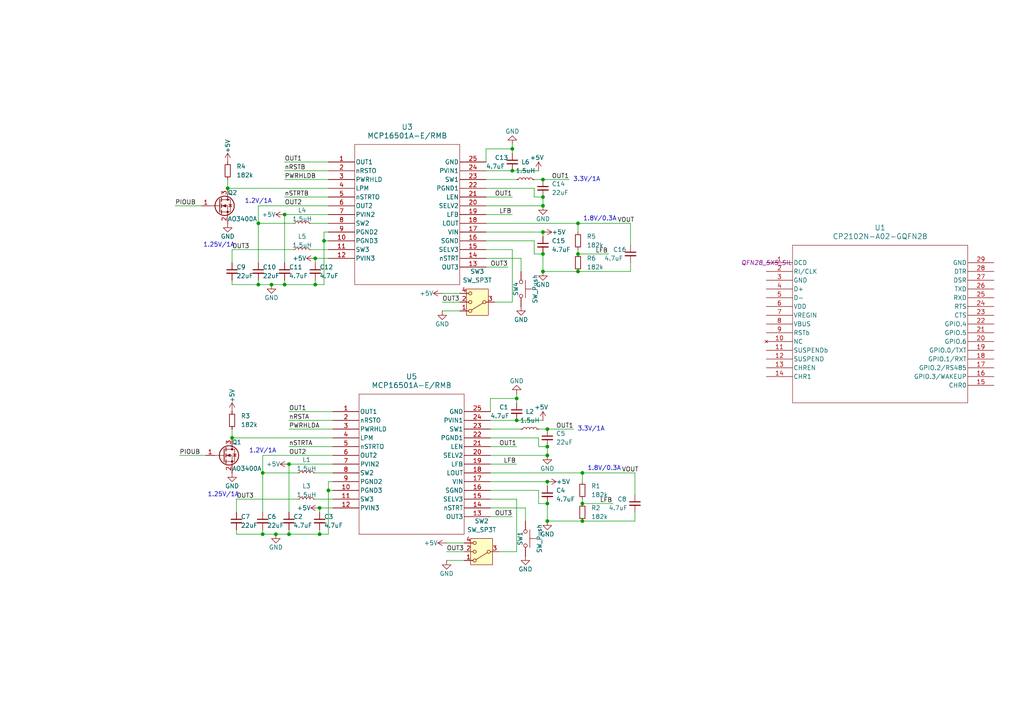
<source format=kicad_sch>
(kicad_sch
	(version 20231120)
	(generator "eeschema")
	(generator_version "8.0")
	(uuid "6bc5e66c-60d2-471f-9850-e28c83ba3d01")
	(paper "A4")
	(lib_symbols
		(symbol "2024-12-01_17-50-37:CP2102N-A02-GQFN28"
			(pin_names
				(offset 0.254)
			)
			(exclude_from_sim no)
			(in_bom yes)
			(on_board yes)
			(property "Reference" "U"
				(at 33.02 10.16 0)
				(effects
					(font
						(size 1.524 1.524)
					)
				)
			)
			(property "Value" "CP2102N-A02-GQFN28"
				(at 33.02 7.62 0)
				(effects
					(font
						(size 1.524 1.524)
					)
				)
			)
			(property "Footprint" "QFN28_5X5_SIL"
				(at 0 0 0)
				(effects
					(font
						(size 1.27 1.27)
						(italic yes)
					)
					(hide yes)
				)
			)
			(property "Datasheet" "CP2102N-A02-GQFN28"
				(at 0 0 0)
				(effects
					(font
						(size 1.27 1.27)
						(italic yes)
					)
					(hide yes)
				)
			)
			(property "Description" ""
				(at 0 0 0)
				(effects
					(font
						(size 1.27 1.27)
					)
					(hide yes)
				)
			)
			(property "ki_locked" ""
				(at 0 0 0)
				(effects
					(font
						(size 1.27 1.27)
					)
				)
			)
			(property "ki_keywords" "CP2102N-A02-GQFN28"
				(at 0 0 0)
				(effects
					(font
						(size 1.27 1.27)
					)
					(hide yes)
				)
			)
			(property "ki_fp_filters" "QFN28_5X5_SIL QFN28_5X5_SIL-M QFN28_5X5_SIL-L"
				(at 0 0 0)
				(effects
					(font
						(size 1.27 1.27)
					)
					(hide yes)
				)
			)
			(symbol "CP2102N-A02-GQFN28_0_1"
				(polyline
					(pts
						(xy 7.62 -40.64) (xy 58.42 -40.64)
					)
					(stroke
						(width 0.127)
						(type default)
					)
					(fill
						(type none)
					)
				)
				(polyline
					(pts
						(xy 7.62 5.08) (xy 7.62 -40.64)
					)
					(stroke
						(width 0.127)
						(type default)
					)
					(fill
						(type none)
					)
				)
				(polyline
					(pts
						(xy 58.42 -40.64) (xy 58.42 5.08)
					)
					(stroke
						(width 0.127)
						(type default)
					)
					(fill
						(type none)
					)
				)
				(polyline
					(pts
						(xy 58.42 5.08) (xy 7.62 5.08)
					)
					(stroke
						(width 0.127)
						(type default)
					)
					(fill
						(type none)
					)
				)
				(pin input line
					(at 0 0 0)
					(length 7.62)
					(name "DCD"
						(effects
							(font
								(size 1.27 1.27)
							)
						)
					)
					(number "1"
						(effects
							(font
								(size 1.27 1.27)
							)
						)
					)
				)
				(pin no_connect line
					(at 0 -22.86 0)
					(length 7.62)
					(name "NC"
						(effects
							(font
								(size 1.27 1.27)
							)
						)
					)
					(number "10"
						(effects
							(font
								(size 1.27 1.27)
							)
						)
					)
				)
				(pin output line
					(at 0 -25.4 0)
					(length 7.62)
					(name "SUSPENDb"
						(effects
							(font
								(size 1.27 1.27)
							)
						)
					)
					(number "11"
						(effects
							(font
								(size 1.27 1.27)
							)
						)
					)
				)
				(pin output line
					(at 0 -27.94 0)
					(length 7.62)
					(name "SUSPEND"
						(effects
							(font
								(size 1.27 1.27)
							)
						)
					)
					(number "12"
						(effects
							(font
								(size 1.27 1.27)
							)
						)
					)
				)
				(pin output line
					(at 0 -30.48 0)
					(length 7.62)
					(name "CHREN"
						(effects
							(font
								(size 1.27 1.27)
							)
						)
					)
					(number "13"
						(effects
							(font
								(size 1.27 1.27)
							)
						)
					)
				)
				(pin output line
					(at 0 -33.02 0)
					(length 7.62)
					(name "CHR1"
						(effects
							(font
								(size 1.27 1.27)
							)
						)
					)
					(number "14"
						(effects
							(font
								(size 1.27 1.27)
							)
						)
					)
				)
				(pin output line
					(at 66.04 -35.56 180)
					(length 7.62)
					(name "CHR0"
						(effects
							(font
								(size 1.27 1.27)
							)
						)
					)
					(number "15"
						(effects
							(font
								(size 1.27 1.27)
							)
						)
					)
				)
				(pin bidirectional line
					(at 66.04 -33.02 180)
					(length 7.62)
					(name "GPIO.3/WAKEUP"
						(effects
							(font
								(size 1.27 1.27)
							)
						)
					)
					(number "16"
						(effects
							(font
								(size 1.27 1.27)
							)
						)
					)
				)
				(pin bidirectional line
					(at 66.04 -30.48 180)
					(length 7.62)
					(name "GPIO.2/RS485"
						(effects
							(font
								(size 1.27 1.27)
							)
						)
					)
					(number "17"
						(effects
							(font
								(size 1.27 1.27)
							)
						)
					)
				)
				(pin bidirectional line
					(at 66.04 -27.94 180)
					(length 7.62)
					(name "GPIO.1/RXT"
						(effects
							(font
								(size 1.27 1.27)
							)
						)
					)
					(number "18"
						(effects
							(font
								(size 1.27 1.27)
							)
						)
					)
				)
				(pin bidirectional line
					(at 66.04 -25.4 180)
					(length 7.62)
					(name "GPIO.0/TXT"
						(effects
							(font
								(size 1.27 1.27)
							)
						)
					)
					(number "19"
						(effects
							(font
								(size 1.27 1.27)
							)
						)
					)
				)
				(pin bidirectional line
					(at 0 -2.54 0)
					(length 7.62)
					(name "RI/CLK"
						(effects
							(font
								(size 1.27 1.27)
							)
						)
					)
					(number "2"
						(effects
							(font
								(size 1.27 1.27)
							)
						)
					)
				)
				(pin bidirectional line
					(at 66.04 -22.86 180)
					(length 7.62)
					(name "GPIO.6"
						(effects
							(font
								(size 1.27 1.27)
							)
						)
					)
					(number "20"
						(effects
							(font
								(size 1.27 1.27)
							)
						)
					)
				)
				(pin bidirectional line
					(at 66.04 -20.32 180)
					(length 7.62)
					(name "GPIO.5"
						(effects
							(font
								(size 1.27 1.27)
							)
						)
					)
					(number "21"
						(effects
							(font
								(size 1.27 1.27)
							)
						)
					)
				)
				(pin bidirectional line
					(at 66.04 -17.78 180)
					(length 7.62)
					(name "GPIO.4"
						(effects
							(font
								(size 1.27 1.27)
							)
						)
					)
					(number "22"
						(effects
							(font
								(size 1.27 1.27)
							)
						)
					)
				)
				(pin input line
					(at 66.04 -15.24 180)
					(length 7.62)
					(name "CTS"
						(effects
							(font
								(size 1.27 1.27)
							)
						)
					)
					(number "23"
						(effects
							(font
								(size 1.27 1.27)
							)
						)
					)
				)
				(pin output line
					(at 66.04 -12.7 180)
					(length 7.62)
					(name "RTS"
						(effects
							(font
								(size 1.27 1.27)
							)
						)
					)
					(number "24"
						(effects
							(font
								(size 1.27 1.27)
							)
						)
					)
				)
				(pin input line
					(at 66.04 -10.16 180)
					(length 7.62)
					(name "RXD"
						(effects
							(font
								(size 1.27 1.27)
							)
						)
					)
					(number "25"
						(effects
							(font
								(size 1.27 1.27)
							)
						)
					)
				)
				(pin output line
					(at 66.04 -7.62 180)
					(length 7.62)
					(name "TXD"
						(effects
							(font
								(size 1.27 1.27)
							)
						)
					)
					(number "26"
						(effects
							(font
								(size 1.27 1.27)
							)
						)
					)
				)
				(pin input line
					(at 66.04 -5.08 180)
					(length 7.62)
					(name "DSR"
						(effects
							(font
								(size 1.27 1.27)
							)
						)
					)
					(number "27"
						(effects
							(font
								(size 1.27 1.27)
							)
						)
					)
				)
				(pin output line
					(at 66.04 -2.54 180)
					(length 7.62)
					(name "DTR"
						(effects
							(font
								(size 1.27 1.27)
							)
						)
					)
					(number "28"
						(effects
							(font
								(size 1.27 1.27)
							)
						)
					)
				)
				(pin power_out line
					(at 66.04 0 180)
					(length 7.62)
					(name "GND"
						(effects
							(font
								(size 1.27 1.27)
							)
						)
					)
					(number "29"
						(effects
							(font
								(size 1.27 1.27)
							)
						)
					)
				)
				(pin power_out line
					(at 0 -5.08 0)
					(length 7.62)
					(name "GND"
						(effects
							(font
								(size 1.27 1.27)
							)
						)
					)
					(number "3"
						(effects
							(font
								(size 1.27 1.27)
							)
						)
					)
				)
				(pin input line
					(at 0 -7.62 0)
					(length 7.62)
					(name "D+"
						(effects
							(font
								(size 1.27 1.27)
							)
						)
					)
					(number "4"
						(effects
							(font
								(size 1.27 1.27)
							)
						)
					)
				)
				(pin input line
					(at 0 -10.16 0)
					(length 7.62)
					(name "D-"
						(effects
							(font
								(size 1.27 1.27)
							)
						)
					)
					(number "5"
						(effects
							(font
								(size 1.27 1.27)
							)
						)
					)
				)
				(pin power_in line
					(at 0 -12.7 0)
					(length 7.62)
					(name "VDD"
						(effects
							(font
								(size 1.27 1.27)
							)
						)
					)
					(number "6"
						(effects
							(font
								(size 1.27 1.27)
							)
						)
					)
				)
				(pin power_in line
					(at 0 -15.24 0)
					(length 7.62)
					(name "VREGIN"
						(effects
							(font
								(size 1.27 1.27)
							)
						)
					)
					(number "7"
						(effects
							(font
								(size 1.27 1.27)
							)
						)
					)
				)
				(pin input line
					(at 0 -17.78 0)
					(length 7.62)
					(name "VBUS"
						(effects
							(font
								(size 1.27 1.27)
							)
						)
					)
					(number "8"
						(effects
							(font
								(size 1.27 1.27)
							)
						)
					)
				)
				(pin unspecified line
					(at 0 -20.32 0)
					(length 7.62)
					(name "RSTb"
						(effects
							(font
								(size 1.27 1.27)
							)
						)
					)
					(number "9"
						(effects
							(font
								(size 1.27 1.27)
							)
						)
					)
				)
			)
		)
		(symbol "Device:C_Small"
			(pin_numbers hide)
			(pin_names
				(offset 0.254) hide)
			(exclude_from_sim no)
			(in_bom yes)
			(on_board yes)
			(property "Reference" "C"
				(at 0.254 1.778 0)
				(effects
					(font
						(size 1.27 1.27)
					)
					(justify left)
				)
			)
			(property "Value" "C_Small"
				(at 0.254 -2.032 0)
				(effects
					(font
						(size 1.27 1.27)
					)
					(justify left)
				)
			)
			(property "Footprint" ""
				(at 0 0 0)
				(effects
					(font
						(size 1.27 1.27)
					)
					(hide yes)
				)
			)
			(property "Datasheet" "~"
				(at 0 0 0)
				(effects
					(font
						(size 1.27 1.27)
					)
					(hide yes)
				)
			)
			(property "Description" "Unpolarized capacitor, small symbol"
				(at 0 0 0)
				(effects
					(font
						(size 1.27 1.27)
					)
					(hide yes)
				)
			)
			(property "ki_keywords" "capacitor cap"
				(at 0 0 0)
				(effects
					(font
						(size 1.27 1.27)
					)
					(hide yes)
				)
			)
			(property "ki_fp_filters" "C_*"
				(at 0 0 0)
				(effects
					(font
						(size 1.27 1.27)
					)
					(hide yes)
				)
			)
			(symbol "C_Small_0_1"
				(polyline
					(pts
						(xy -1.524 -0.508) (xy 1.524 -0.508)
					)
					(stroke
						(width 0.3302)
						(type default)
					)
					(fill
						(type none)
					)
				)
				(polyline
					(pts
						(xy -1.524 0.508) (xy 1.524 0.508)
					)
					(stroke
						(width 0.3048)
						(type default)
					)
					(fill
						(type none)
					)
				)
			)
			(symbol "C_Small_1_1"
				(pin passive line
					(at 0 2.54 270)
					(length 2.032)
					(name "~"
						(effects
							(font
								(size 1.27 1.27)
							)
						)
					)
					(number "1"
						(effects
							(font
								(size 1.27 1.27)
							)
						)
					)
				)
				(pin passive line
					(at 0 -2.54 90)
					(length 2.032)
					(name "~"
						(effects
							(font
								(size 1.27 1.27)
							)
						)
					)
					(number "2"
						(effects
							(font
								(size 1.27 1.27)
							)
						)
					)
				)
			)
		)
		(symbol "Device:L_Small"
			(pin_numbers hide)
			(pin_names
				(offset 0.254) hide)
			(exclude_from_sim no)
			(in_bom yes)
			(on_board yes)
			(property "Reference" "L"
				(at 0.762 1.016 0)
				(effects
					(font
						(size 1.27 1.27)
					)
					(justify left)
				)
			)
			(property "Value" "L_Small"
				(at 0.762 -1.016 0)
				(effects
					(font
						(size 1.27 1.27)
					)
					(justify left)
				)
			)
			(property "Footprint" ""
				(at 0 0 0)
				(effects
					(font
						(size 1.27 1.27)
					)
					(hide yes)
				)
			)
			(property "Datasheet" "~"
				(at 0 0 0)
				(effects
					(font
						(size 1.27 1.27)
					)
					(hide yes)
				)
			)
			(property "Description" "Inductor, small symbol"
				(at 0 0 0)
				(effects
					(font
						(size 1.27 1.27)
					)
					(hide yes)
				)
			)
			(property "ki_keywords" "inductor choke coil reactor magnetic"
				(at 0 0 0)
				(effects
					(font
						(size 1.27 1.27)
					)
					(hide yes)
				)
			)
			(property "ki_fp_filters" "Choke_* *Coil* Inductor_* L_*"
				(at 0 0 0)
				(effects
					(font
						(size 1.27 1.27)
					)
					(hide yes)
				)
			)
			(symbol "L_Small_0_1"
				(arc
					(start 0 -2.032)
					(mid 0.5058 -1.524)
					(end 0 -1.016)
					(stroke
						(width 0)
						(type default)
					)
					(fill
						(type none)
					)
				)
				(arc
					(start 0 -1.016)
					(mid 0.5058 -0.508)
					(end 0 0)
					(stroke
						(width 0)
						(type default)
					)
					(fill
						(type none)
					)
				)
				(arc
					(start 0 0)
					(mid 0.5058 0.508)
					(end 0 1.016)
					(stroke
						(width 0)
						(type default)
					)
					(fill
						(type none)
					)
				)
				(arc
					(start 0 1.016)
					(mid 0.5058 1.524)
					(end 0 2.032)
					(stroke
						(width 0)
						(type default)
					)
					(fill
						(type none)
					)
				)
			)
			(symbol "L_Small_1_1"
				(pin passive line
					(at 0 2.54 270)
					(length 0.508)
					(name "~"
						(effects
							(font
								(size 1.27 1.27)
							)
						)
					)
					(number "1"
						(effects
							(font
								(size 1.27 1.27)
							)
						)
					)
				)
				(pin passive line
					(at 0 -2.54 90)
					(length 0.508)
					(name "~"
						(effects
							(font
								(size 1.27 1.27)
							)
						)
					)
					(number "2"
						(effects
							(font
								(size 1.27 1.27)
							)
						)
					)
				)
			)
		)
		(symbol "Device:R_Small"
			(pin_numbers hide)
			(pin_names
				(offset 0.254) hide)
			(exclude_from_sim no)
			(in_bom yes)
			(on_board yes)
			(property "Reference" "R"
				(at 0.762 0.508 0)
				(effects
					(font
						(size 1.27 1.27)
					)
					(justify left)
				)
			)
			(property "Value" "R_Small"
				(at 0.762 -1.016 0)
				(effects
					(font
						(size 1.27 1.27)
					)
					(justify left)
				)
			)
			(property "Footprint" ""
				(at 0 0 0)
				(effects
					(font
						(size 1.27 1.27)
					)
					(hide yes)
				)
			)
			(property "Datasheet" "~"
				(at 0 0 0)
				(effects
					(font
						(size 1.27 1.27)
					)
					(hide yes)
				)
			)
			(property "Description" "Resistor, small symbol"
				(at 0 0 0)
				(effects
					(font
						(size 1.27 1.27)
					)
					(hide yes)
				)
			)
			(property "ki_keywords" "R resistor"
				(at 0 0 0)
				(effects
					(font
						(size 1.27 1.27)
					)
					(hide yes)
				)
			)
			(property "ki_fp_filters" "R_*"
				(at 0 0 0)
				(effects
					(font
						(size 1.27 1.27)
					)
					(hide yes)
				)
			)
			(symbol "R_Small_0_1"
				(rectangle
					(start -0.762 1.778)
					(end 0.762 -1.778)
					(stroke
						(width 0.2032)
						(type default)
					)
					(fill
						(type none)
					)
				)
			)
			(symbol "R_Small_1_1"
				(pin passive line
					(at 0 2.54 270)
					(length 0.762)
					(name "~"
						(effects
							(font
								(size 1.27 1.27)
							)
						)
					)
					(number "1"
						(effects
							(font
								(size 1.27 1.27)
							)
						)
					)
				)
				(pin passive line
					(at 0 -2.54 90)
					(length 0.762)
					(name "~"
						(effects
							(font
								(size 1.27 1.27)
							)
						)
					)
					(number "2"
						(effects
							(font
								(size 1.27 1.27)
							)
						)
					)
				)
			)
		)
		(symbol "MCP16501A:MCP16501A-E_RMB"
			(pin_names
				(offset 0.254)
			)
			(exclude_from_sim no)
			(in_bom yes)
			(on_board yes)
			(property "Reference" "U"
				(at 22.86 10.16 0)
				(effects
					(font
						(size 1.524 1.524)
					)
				)
			)
			(property "Value" "MCP16501A-E/RMB"
				(at 22.86 7.62 0)
				(effects
					(font
						(size 1.524 1.524)
					)
				)
			)
			(property "Footprint" "VQFN24_RMB_MCH"
				(at 0 0 0)
				(effects
					(font
						(size 1.27 1.27)
						(italic yes)
					)
					(hide yes)
				)
			)
			(property "Datasheet" "MCP16501A-E/RMB"
				(at 0 0 0)
				(effects
					(font
						(size 1.27 1.27)
						(italic yes)
					)
					(hide yes)
				)
			)
			(property "Description" ""
				(at 0 0 0)
				(effects
					(font
						(size 1.27 1.27)
					)
					(hide yes)
				)
			)
			(property "ki_locked" ""
				(at 0 0 0)
				(effects
					(font
						(size 1.27 1.27)
					)
				)
			)
			(property "ki_keywords" "MCP16501A-E/RMB"
				(at 0 0 0)
				(effects
					(font
						(size 1.27 1.27)
					)
					(hide yes)
				)
			)
			(property "ki_fp_filters" "VQFN24_RMB_MCH VQFN24_RMB_MCH-M VQFN24_RMB_MCH-L"
				(at 0 0 0)
				(effects
					(font
						(size 1.27 1.27)
					)
					(hide yes)
				)
			)
			(symbol "MCP16501A-E_RMB_0_1"
				(polyline
					(pts
						(xy 7.62 -35.56) (xy 38.1 -35.56)
					)
					(stroke
						(width 0.127)
						(type default)
					)
					(fill
						(type none)
					)
				)
				(polyline
					(pts
						(xy 7.62 5.08) (xy 7.62 -35.56)
					)
					(stroke
						(width 0.127)
						(type default)
					)
					(fill
						(type none)
					)
				)
				(polyline
					(pts
						(xy 38.1 -35.56) (xy 38.1 5.08)
					)
					(stroke
						(width 0.127)
						(type default)
					)
					(fill
						(type none)
					)
				)
				(polyline
					(pts
						(xy 38.1 5.08) (xy 7.62 5.08)
					)
					(stroke
						(width 0.127)
						(type default)
					)
					(fill
						(type none)
					)
				)
				(pin output line
					(at 0 0 0)
					(length 7.62)
					(name "OUT1"
						(effects
							(font
								(size 1.27 1.27)
							)
						)
					)
					(number "1"
						(effects
							(font
								(size 1.27 1.27)
							)
						)
					)
				)
				(pin power_out line
					(at 0 -22.86 0)
					(length 7.62)
					(name "PGND3"
						(effects
							(font
								(size 1.27 1.27)
							)
						)
					)
					(number "10"
						(effects
							(font
								(size 1.27 1.27)
							)
						)
					)
				)
				(pin power_in line
					(at 0 -25.4 0)
					(length 7.62)
					(name "SW3"
						(effects
							(font
								(size 1.27 1.27)
							)
						)
					)
					(number "11"
						(effects
							(font
								(size 1.27 1.27)
							)
						)
					)
				)
				(pin power_in line
					(at 0 -27.94 0)
					(length 7.62)
					(name "PVIN3"
						(effects
							(font
								(size 1.27 1.27)
							)
						)
					)
					(number "12"
						(effects
							(font
								(size 1.27 1.27)
							)
						)
					)
				)
				(pin output line
					(at 45.72 -30.48 180)
					(length 7.62)
					(name "OUT3"
						(effects
							(font
								(size 1.27 1.27)
							)
						)
					)
					(number "13"
						(effects
							(font
								(size 1.27 1.27)
							)
						)
					)
				)
				(pin input line
					(at 45.72 -27.94 180)
					(length 7.62)
					(name "nSTRT"
						(effects
							(font
								(size 1.27 1.27)
							)
						)
					)
					(number "14"
						(effects
							(font
								(size 1.27 1.27)
							)
						)
					)
				)
				(pin input line
					(at 45.72 -25.4 180)
					(length 7.62)
					(name "SELV3"
						(effects
							(font
								(size 1.27 1.27)
							)
						)
					)
					(number "15"
						(effects
							(font
								(size 1.27 1.27)
							)
						)
					)
				)
				(pin power_out line
					(at 45.72 -22.86 180)
					(length 7.62)
					(name "SGND"
						(effects
							(font
								(size 1.27 1.27)
							)
						)
					)
					(number "16"
						(effects
							(font
								(size 1.27 1.27)
							)
						)
					)
				)
				(pin power_in line
					(at 45.72 -20.32 180)
					(length 7.62)
					(name "VIN"
						(effects
							(font
								(size 1.27 1.27)
							)
						)
					)
					(number "17"
						(effects
							(font
								(size 1.27 1.27)
							)
						)
					)
				)
				(pin output line
					(at 45.72 -17.78 180)
					(length 7.62)
					(name "LOUT"
						(effects
							(font
								(size 1.27 1.27)
							)
						)
					)
					(number "18"
						(effects
							(font
								(size 1.27 1.27)
							)
						)
					)
				)
				(pin unspecified line
					(at 45.72 -15.24 180)
					(length 7.62)
					(name "LFB"
						(effects
							(font
								(size 1.27 1.27)
							)
						)
					)
					(number "19"
						(effects
							(font
								(size 1.27 1.27)
							)
						)
					)
				)
				(pin output line
					(at 0 -2.54 0)
					(length 7.62)
					(name "nRSTO"
						(effects
							(font
								(size 1.27 1.27)
							)
						)
					)
					(number "2"
						(effects
							(font
								(size 1.27 1.27)
							)
						)
					)
				)
				(pin input line
					(at 45.72 -12.7 180)
					(length 7.62)
					(name "SELV2"
						(effects
							(font
								(size 1.27 1.27)
							)
						)
					)
					(number "20"
						(effects
							(font
								(size 1.27 1.27)
							)
						)
					)
				)
				(pin input line
					(at 45.72 -10.16 180)
					(length 7.62)
					(name "LEN"
						(effects
							(font
								(size 1.27 1.27)
							)
						)
					)
					(number "21"
						(effects
							(font
								(size 1.27 1.27)
							)
						)
					)
				)
				(pin power_out line
					(at 45.72 -7.62 180)
					(length 7.62)
					(name "PGND1"
						(effects
							(font
								(size 1.27 1.27)
							)
						)
					)
					(number "22"
						(effects
							(font
								(size 1.27 1.27)
							)
						)
					)
				)
				(pin power_in line
					(at 45.72 -5.08 180)
					(length 7.62)
					(name "SW1"
						(effects
							(font
								(size 1.27 1.27)
							)
						)
					)
					(number "23"
						(effects
							(font
								(size 1.27 1.27)
							)
						)
					)
				)
				(pin power_in line
					(at 45.72 -2.54 180)
					(length 7.62)
					(name "PVIN1"
						(effects
							(font
								(size 1.27 1.27)
							)
						)
					)
					(number "24"
						(effects
							(font
								(size 1.27 1.27)
							)
						)
					)
				)
				(pin power_out line
					(at 45.72 0 180)
					(length 7.62)
					(name "GND"
						(effects
							(font
								(size 1.27 1.27)
							)
						)
					)
					(number "25"
						(effects
							(font
								(size 1.27 1.27)
							)
						)
					)
				)
				(pin input line
					(at 0 -5.08 0)
					(length 7.62)
					(name "PWRHLD"
						(effects
							(font
								(size 1.27 1.27)
							)
						)
					)
					(number "3"
						(effects
							(font
								(size 1.27 1.27)
							)
						)
					)
				)
				(pin input line
					(at 0 -7.62 0)
					(length 7.62)
					(name "LPM"
						(effects
							(font
								(size 1.27 1.27)
							)
						)
					)
					(number "4"
						(effects
							(font
								(size 1.27 1.27)
							)
						)
					)
				)
				(pin output line
					(at 0 -10.16 0)
					(length 7.62)
					(name "nSTRTO"
						(effects
							(font
								(size 1.27 1.27)
							)
						)
					)
					(number "5"
						(effects
							(font
								(size 1.27 1.27)
							)
						)
					)
				)
				(pin output line
					(at 0 -12.7 0)
					(length 7.62)
					(name "OUT2"
						(effects
							(font
								(size 1.27 1.27)
							)
						)
					)
					(number "6"
						(effects
							(font
								(size 1.27 1.27)
							)
						)
					)
				)
				(pin power_in line
					(at 0 -15.24 0)
					(length 7.62)
					(name "PVIN2"
						(effects
							(font
								(size 1.27 1.27)
							)
						)
					)
					(number "7"
						(effects
							(font
								(size 1.27 1.27)
							)
						)
					)
				)
				(pin power_in line
					(at 0 -17.78 0)
					(length 7.62)
					(name "SW2"
						(effects
							(font
								(size 1.27 1.27)
							)
						)
					)
					(number "8"
						(effects
							(font
								(size 1.27 1.27)
							)
						)
					)
				)
				(pin power_out line
					(at 0 -20.32 0)
					(length 7.62)
					(name "PGND2"
						(effects
							(font
								(size 1.27 1.27)
							)
						)
					)
					(number "9"
						(effects
							(font
								(size 1.27 1.27)
							)
						)
					)
				)
			)
		)
		(symbol "Switch:SW_Push"
			(pin_numbers hide)
			(pin_names
				(offset 1.016) hide)
			(exclude_from_sim no)
			(in_bom yes)
			(on_board yes)
			(property "Reference" "SW"
				(at 1.27 2.54 0)
				(effects
					(font
						(size 1.27 1.27)
					)
					(justify left)
				)
			)
			(property "Value" "SW_Push"
				(at 0 -1.524 0)
				(effects
					(font
						(size 1.27 1.27)
					)
				)
			)
			(property "Footprint" ""
				(at 0 5.08 0)
				(effects
					(font
						(size 1.27 1.27)
					)
					(hide yes)
				)
			)
			(property "Datasheet" "~"
				(at 0 5.08 0)
				(effects
					(font
						(size 1.27 1.27)
					)
					(hide yes)
				)
			)
			(property "Description" "Push button switch, generic, two pins"
				(at 0 0 0)
				(effects
					(font
						(size 1.27 1.27)
					)
					(hide yes)
				)
			)
			(property "ki_keywords" "switch normally-open pushbutton push-button"
				(at 0 0 0)
				(effects
					(font
						(size 1.27 1.27)
					)
					(hide yes)
				)
			)
			(symbol "SW_Push_0_1"
				(circle
					(center -2.032 0)
					(radius 0.508)
					(stroke
						(width 0)
						(type default)
					)
					(fill
						(type none)
					)
				)
				(polyline
					(pts
						(xy 0 1.27) (xy 0 3.048)
					)
					(stroke
						(width 0)
						(type default)
					)
					(fill
						(type none)
					)
				)
				(polyline
					(pts
						(xy 2.54 1.27) (xy -2.54 1.27)
					)
					(stroke
						(width 0)
						(type default)
					)
					(fill
						(type none)
					)
				)
				(circle
					(center 2.032 0)
					(radius 0.508)
					(stroke
						(width 0)
						(type default)
					)
					(fill
						(type none)
					)
				)
				(pin passive line
					(at -5.08 0 0)
					(length 2.54)
					(name "1"
						(effects
							(font
								(size 1.27 1.27)
							)
						)
					)
					(number "1"
						(effects
							(font
								(size 1.27 1.27)
							)
						)
					)
				)
				(pin passive line
					(at 5.08 0 180)
					(length 2.54)
					(name "2"
						(effects
							(font
								(size 1.27 1.27)
							)
						)
					)
					(number "2"
						(effects
							(font
								(size 1.27 1.27)
							)
						)
					)
				)
			)
		)
		(symbol "Switch:SW_SP3T"
			(pin_names
				(offset 0) hide)
			(exclude_from_sim no)
			(in_bom yes)
			(on_board yes)
			(property "Reference" "SW"
				(at 0 5.08 0)
				(effects
					(font
						(size 1.27 1.27)
					)
				)
			)
			(property "Value" "SW_SP3T"
				(at 0 -5.08 0)
				(effects
					(font
						(size 1.27 1.27)
					)
				)
			)
			(property "Footprint" ""
				(at -15.875 4.445 0)
				(effects
					(font
						(size 1.27 1.27)
					)
					(hide yes)
				)
			)
			(property "Datasheet" "~"
				(at 0 -7.62 0)
				(effects
					(font
						(size 1.27 1.27)
					)
					(hide yes)
				)
			)
			(property "Description" "Switch, three position, single pole triple throw, 3 position switch, SP3T"
				(at 0 0 0)
				(effects
					(font
						(size 1.27 1.27)
					)
					(hide yes)
				)
			)
			(property "ki_keywords" "switch sp3t ON-ON-ON"
				(at 0 0 0)
				(effects
					(font
						(size 1.27 1.27)
					)
					(hide yes)
				)
			)
			(property "ki_fp_filters" "SW* SP3T*"
				(at 0 0 0)
				(effects
					(font
						(size 1.27 1.27)
					)
					(hide yes)
				)
			)
			(symbol "SW_SP3T_0_1"
				(circle
					(center -2.032 0)
					(radius 0.4572)
					(stroke
						(width 0)
						(type default)
					)
					(fill
						(type none)
					)
				)
				(polyline
					(pts
						(xy -1.651 0.254) (xy 1.651 2.286)
					)
					(stroke
						(width 0)
						(type default)
					)
					(fill
						(type none)
					)
				)
				(circle
					(center 2.032 -2.54)
					(radius 0.4572)
					(stroke
						(width 0)
						(type default)
					)
					(fill
						(type none)
					)
				)
				(circle
					(center 2.032 0)
					(radius 0.4572)
					(stroke
						(width 0)
						(type default)
					)
					(fill
						(type none)
					)
				)
				(circle
					(center 2.032 2.54)
					(radius 0.4572)
					(stroke
						(width 0)
						(type default)
					)
					(fill
						(type none)
					)
				)
			)
			(symbol "SW_SP3T_1_1"
				(rectangle
					(start -3.175 3.81)
					(end 3.175 -3.81)
					(stroke
						(width 0)
						(type default)
					)
					(fill
						(type background)
					)
				)
				(pin passive line
					(at 5.08 2.54 180)
					(length 2.54)
					(name "1"
						(effects
							(font
								(size 1.27 1.27)
							)
						)
					)
					(number "1"
						(effects
							(font
								(size 1.27 1.27)
							)
						)
					)
				)
				(pin passive line
					(at 5.08 0 180)
					(length 2.54)
					(name "2"
						(effects
							(font
								(size 1.27 1.27)
							)
						)
					)
					(number "2"
						(effects
							(font
								(size 1.27 1.27)
							)
						)
					)
				)
				(pin passive line
					(at -5.08 0 0)
					(length 2.54)
					(name "3"
						(effects
							(font
								(size 1.27 1.27)
							)
						)
					)
					(number "3"
						(effects
							(font
								(size 1.27 1.27)
							)
						)
					)
				)
				(pin passive line
					(at 5.08 -2.54 180)
					(length 2.54)
					(name "4"
						(effects
							(font
								(size 1.27 1.27)
							)
						)
					)
					(number "4"
						(effects
							(font
								(size 1.27 1.27)
							)
						)
					)
				)
			)
		)
		(symbol "Transistor_FET:AO3400A"
			(pin_names hide)
			(exclude_from_sim no)
			(in_bom yes)
			(on_board yes)
			(property "Reference" "Q"
				(at 5.08 1.905 0)
				(effects
					(font
						(size 1.27 1.27)
					)
					(justify left)
				)
			)
			(property "Value" "AO3400A"
				(at 5.08 0 0)
				(effects
					(font
						(size 1.27 1.27)
					)
					(justify left)
				)
			)
			(property "Footprint" "Package_TO_SOT_SMD:SOT-23"
				(at 5.08 -1.905 0)
				(effects
					(font
						(size 1.27 1.27)
						(italic yes)
					)
					(justify left)
					(hide yes)
				)
			)
			(property "Datasheet" "http://www.aosmd.com/pdfs/datasheet/AO3400A.pdf"
				(at 5.08 -3.81 0)
				(effects
					(font
						(size 1.27 1.27)
					)
					(justify left)
					(hide yes)
				)
			)
			(property "Description" "30V Vds, 5.7A Id, N-Channel MOSFET, SOT-23"
				(at 0 0 0)
				(effects
					(font
						(size 1.27 1.27)
					)
					(hide yes)
				)
			)
			(property "ki_keywords" "N-Channel MOSFET"
				(at 0 0 0)
				(effects
					(font
						(size 1.27 1.27)
					)
					(hide yes)
				)
			)
			(property "ki_fp_filters" "SOT?23*"
				(at 0 0 0)
				(effects
					(font
						(size 1.27 1.27)
					)
					(hide yes)
				)
			)
			(symbol "AO3400A_0_1"
				(polyline
					(pts
						(xy 0.254 0) (xy -2.54 0)
					)
					(stroke
						(width 0)
						(type default)
					)
					(fill
						(type none)
					)
				)
				(polyline
					(pts
						(xy 0.254 1.905) (xy 0.254 -1.905)
					)
					(stroke
						(width 0.254)
						(type default)
					)
					(fill
						(type none)
					)
				)
				(polyline
					(pts
						(xy 0.762 -1.27) (xy 0.762 -2.286)
					)
					(stroke
						(width 0.254)
						(type default)
					)
					(fill
						(type none)
					)
				)
				(polyline
					(pts
						(xy 0.762 0.508) (xy 0.762 -0.508)
					)
					(stroke
						(width 0.254)
						(type default)
					)
					(fill
						(type none)
					)
				)
				(polyline
					(pts
						(xy 0.762 2.286) (xy 0.762 1.27)
					)
					(stroke
						(width 0.254)
						(type default)
					)
					(fill
						(type none)
					)
				)
				(polyline
					(pts
						(xy 2.54 2.54) (xy 2.54 1.778)
					)
					(stroke
						(width 0)
						(type default)
					)
					(fill
						(type none)
					)
				)
				(polyline
					(pts
						(xy 2.54 -2.54) (xy 2.54 0) (xy 0.762 0)
					)
					(stroke
						(width 0)
						(type default)
					)
					(fill
						(type none)
					)
				)
				(polyline
					(pts
						(xy 0.762 -1.778) (xy 3.302 -1.778) (xy 3.302 1.778) (xy 0.762 1.778)
					)
					(stroke
						(width 0)
						(type default)
					)
					(fill
						(type none)
					)
				)
				(polyline
					(pts
						(xy 1.016 0) (xy 2.032 0.381) (xy 2.032 -0.381) (xy 1.016 0)
					)
					(stroke
						(width 0)
						(type default)
					)
					(fill
						(type outline)
					)
				)
				(polyline
					(pts
						(xy 2.794 0.508) (xy 2.921 0.381) (xy 3.683 0.381) (xy 3.81 0.254)
					)
					(stroke
						(width 0)
						(type default)
					)
					(fill
						(type none)
					)
				)
				(polyline
					(pts
						(xy 3.302 0.381) (xy 2.921 -0.254) (xy 3.683 -0.254) (xy 3.302 0.381)
					)
					(stroke
						(width 0)
						(type default)
					)
					(fill
						(type none)
					)
				)
				(circle
					(center 1.651 0)
					(radius 2.794)
					(stroke
						(width 0.254)
						(type default)
					)
					(fill
						(type none)
					)
				)
				(circle
					(center 2.54 -1.778)
					(radius 0.254)
					(stroke
						(width 0)
						(type default)
					)
					(fill
						(type outline)
					)
				)
				(circle
					(center 2.54 1.778)
					(radius 0.254)
					(stroke
						(width 0)
						(type default)
					)
					(fill
						(type outline)
					)
				)
			)
			(symbol "AO3400A_1_1"
				(pin input line
					(at -5.08 0 0)
					(length 2.54)
					(name "G"
						(effects
							(font
								(size 1.27 1.27)
							)
						)
					)
					(number "1"
						(effects
							(font
								(size 1.27 1.27)
							)
						)
					)
				)
				(pin passive line
					(at 2.54 -5.08 90)
					(length 2.54)
					(name "S"
						(effects
							(font
								(size 1.27 1.27)
							)
						)
					)
					(number "2"
						(effects
							(font
								(size 1.27 1.27)
							)
						)
					)
				)
				(pin passive line
					(at 2.54 5.08 270)
					(length 2.54)
					(name "D"
						(effects
							(font
								(size 1.27 1.27)
							)
						)
					)
					(number "3"
						(effects
							(font
								(size 1.27 1.27)
							)
						)
					)
				)
			)
		)
		(symbol "power:+5V"
			(power)
			(pin_numbers hide)
			(pin_names
				(offset 0) hide)
			(exclude_from_sim no)
			(in_bom yes)
			(on_board yes)
			(property "Reference" "#PWR"
				(at 0 -3.81 0)
				(effects
					(font
						(size 1.27 1.27)
					)
					(hide yes)
				)
			)
			(property "Value" "+5V"
				(at 0 3.556 0)
				(effects
					(font
						(size 1.27 1.27)
					)
				)
			)
			(property "Footprint" ""
				(at 0 0 0)
				(effects
					(font
						(size 1.27 1.27)
					)
					(hide yes)
				)
			)
			(property "Datasheet" ""
				(at 0 0 0)
				(effects
					(font
						(size 1.27 1.27)
					)
					(hide yes)
				)
			)
			(property "Description" "Power symbol creates a global label with name \"+5V\""
				(at 0 0 0)
				(effects
					(font
						(size 1.27 1.27)
					)
					(hide yes)
				)
			)
			(property "ki_keywords" "global power"
				(at 0 0 0)
				(effects
					(font
						(size 1.27 1.27)
					)
					(hide yes)
				)
			)
			(symbol "+5V_0_1"
				(polyline
					(pts
						(xy -0.762 1.27) (xy 0 2.54)
					)
					(stroke
						(width 0)
						(type default)
					)
					(fill
						(type none)
					)
				)
				(polyline
					(pts
						(xy 0 0) (xy 0 2.54)
					)
					(stroke
						(width 0)
						(type default)
					)
					(fill
						(type none)
					)
				)
				(polyline
					(pts
						(xy 0 2.54) (xy 0.762 1.27)
					)
					(stroke
						(width 0)
						(type default)
					)
					(fill
						(type none)
					)
				)
			)
			(symbol "+5V_1_1"
				(pin power_in line
					(at 0 0 90)
					(length 0)
					(name "~"
						(effects
							(font
								(size 1.27 1.27)
							)
						)
					)
					(number "1"
						(effects
							(font
								(size 1.27 1.27)
							)
						)
					)
				)
			)
		)
		(symbol "power:GND"
			(power)
			(pin_numbers hide)
			(pin_names
				(offset 0) hide)
			(exclude_from_sim no)
			(in_bom yes)
			(on_board yes)
			(property "Reference" "#PWR"
				(at 0 -6.35 0)
				(effects
					(font
						(size 1.27 1.27)
					)
					(hide yes)
				)
			)
			(property "Value" "GND"
				(at 0 -3.81 0)
				(effects
					(font
						(size 1.27 1.27)
					)
				)
			)
			(property "Footprint" ""
				(at 0 0 0)
				(effects
					(font
						(size 1.27 1.27)
					)
					(hide yes)
				)
			)
			(property "Datasheet" ""
				(at 0 0 0)
				(effects
					(font
						(size 1.27 1.27)
					)
					(hide yes)
				)
			)
			(property "Description" "Power symbol creates a global label with name \"GND\" , ground"
				(at 0 0 0)
				(effects
					(font
						(size 1.27 1.27)
					)
					(hide yes)
				)
			)
			(property "ki_keywords" "global power"
				(at 0 0 0)
				(effects
					(font
						(size 1.27 1.27)
					)
					(hide yes)
				)
			)
			(symbol "GND_0_1"
				(polyline
					(pts
						(xy 0 0) (xy 0 -1.27) (xy 1.27 -1.27) (xy 0 -2.54) (xy -1.27 -1.27) (xy 0 -1.27)
					)
					(stroke
						(width 0)
						(type default)
					)
					(fill
						(type none)
					)
				)
			)
			(symbol "GND_1_1"
				(pin power_in line
					(at 0 0 270)
					(length 0)
					(name "~"
						(effects
							(font
								(size 1.27 1.27)
							)
						)
					)
					(number "1"
						(effects
							(font
								(size 1.27 1.27)
							)
						)
					)
				)
			)
		)
	)
	(junction
		(at 158.75 151.13)
		(diameter 0)
		(color 0 0 0 0)
		(uuid "0323b331-e691-408d-af70-d8d96178a196")
	)
	(junction
		(at 95.25 142.24)
		(diameter 0)
		(color 0 0 0 0)
		(uuid "05944dbf-a783-4940-9d0e-19140a798c83")
	)
	(junction
		(at 91.44 82.55)
		(diameter 0)
		(color 0 0 0 0)
		(uuid "0e937d64-4e61-4403-bca2-28158c33925f")
	)
	(junction
		(at 168.91 146.05)
		(diameter 0)
		(color 0 0 0 0)
		(uuid "146cfdb1-9660-4db5-8cda-d1cf96a09888")
	)
	(junction
		(at 149.86 115.57)
		(diameter 0)
		(color 0 0 0 0)
		(uuid "1c76e467-5a44-4169-b690-f7969b4b0eb9")
	)
	(junction
		(at 158.75 129.54)
		(diameter 0)
		(color 0 0 0 0)
		(uuid "1da98907-9720-4f8b-88a7-1f8dd53c6ae1")
	)
	(junction
		(at 149.86 121.92)
		(diameter 0)
		(color 0 0 0 0)
		(uuid "1e43c44d-9fe5-4f5d-9166-405d93b984bd")
	)
	(junction
		(at 167.64 73.66)
		(diameter 0)
		(color 0 0 0 0)
		(uuid "380a351a-76c5-4d3f-a505-f0f348a6c9e3")
	)
	(junction
		(at 157.48 78.74)
		(diameter 0)
		(color 0 0 0 0)
		(uuid "3cd7f80d-d095-403b-9bb3-ef3b21e86d69")
	)
	(junction
		(at 148.59 43.18)
		(diameter 0)
		(color 0 0 0 0)
		(uuid "4de2e66a-77ca-4f48-9e14-92082d9601ed")
	)
	(junction
		(at 167.64 78.74)
		(diameter 0)
		(color 0 0 0 0)
		(uuid "4f71b498-43de-4932-8f52-91c6e37f5075")
	)
	(junction
		(at 167.64 64.77)
		(diameter 0)
		(color 0 0 0 0)
		(uuid "598484a7-9d52-49f8-abbb-e944db78339a")
	)
	(junction
		(at 93.98 69.85)
		(diameter 0)
		(color 0 0 0 0)
		(uuid "5a99e926-0d9c-4cc2-9093-d9c7b4e4e627")
	)
	(junction
		(at 82.55 82.55)
		(diameter 0)
		(color 0 0 0 0)
		(uuid "5d6c9c0b-4af6-49bc-ba56-18bd1ba397f6")
	)
	(junction
		(at 66.04 54.61)
		(diameter 0)
		(color 0 0 0 0)
		(uuid "5f5f83a9-d4c4-4b2e-b1d8-b6803fe9623a")
	)
	(junction
		(at 76.2 154.94)
		(diameter 0)
		(color 0 0 0 0)
		(uuid "699b857e-f531-4c2c-9dcb-a2b85f779b4e")
	)
	(junction
		(at 157.48 52.07)
		(diameter 0)
		(color 0 0 0 0)
		(uuid "7809bd9b-078d-4321-8304-7fea390ccbdb")
	)
	(junction
		(at 158.75 132.08)
		(diameter 0)
		(color 0 0 0 0)
		(uuid "797668c7-6513-405b-b5ff-87c18c617e77")
	)
	(junction
		(at 78.74 82.55)
		(diameter 0)
		(color 0 0 0 0)
		(uuid "7bd9c3f6-cbab-4e6e-83a0-dd04438b39dc")
	)
	(junction
		(at 80.01 154.94)
		(diameter 0)
		(color 0 0 0 0)
		(uuid "7ceca218-88f4-4d21-b567-12321c6a6446")
	)
	(junction
		(at 83.82 134.62)
		(diameter 0)
		(color 0 0 0 0)
		(uuid "7e8beb35-9ed6-44e2-8851-a959017a4bf8")
	)
	(junction
		(at 157.48 57.15)
		(diameter 0)
		(color 0 0 0 0)
		(uuid "96aa7e9c-0ae7-4208-a4e5-8d5d29de5d2a")
	)
	(junction
		(at 157.48 67.31)
		(diameter 0)
		(color 0 0 0 0)
		(uuid "aca04063-4031-4021-8418-b7c6c4ebb266")
	)
	(junction
		(at 91.44 74.93)
		(diameter 0)
		(color 0 0 0 0)
		(uuid "b5033e72-cacb-4c96-86c6-5364819e8fa6")
	)
	(junction
		(at 67.31 127)
		(diameter 0)
		(color 0 0 0 0)
		(uuid "bd39b96a-94d4-40c0-9faa-de437886e8ac")
	)
	(junction
		(at 74.93 64.77)
		(diameter 0)
		(color 0 0 0 0)
		(uuid "c12ed692-c71a-42f2-8a96-4e9852b671d0")
	)
	(junction
		(at 158.75 124.46)
		(diameter 0)
		(color 0 0 0 0)
		(uuid "c2c99a22-646f-4239-b687-cd99bc2c31c6")
	)
	(junction
		(at 82.55 62.23)
		(diameter 0)
		(color 0 0 0 0)
		(uuid "c38f5ade-01db-45fc-8b2b-fe7661b9ca2c")
	)
	(junction
		(at 168.91 151.13)
		(diameter 0)
		(color 0 0 0 0)
		(uuid "c7db85cf-6755-42a3-9a7a-d4c4b6274490")
	)
	(junction
		(at 92.71 154.94)
		(diameter 0)
		(color 0 0 0 0)
		(uuid "c843c887-1ade-4d1e-b40f-a05e0316d7b6")
	)
	(junction
		(at 92.71 147.32)
		(diameter 0)
		(color 0 0 0 0)
		(uuid "ce363136-195d-4a64-b443-90ed0fbb5e28")
	)
	(junction
		(at 168.91 137.16)
		(diameter 0)
		(color 0 0 0 0)
		(uuid "d335f4ab-6fb1-4732-9020-e75740787bbb")
	)
	(junction
		(at 83.82 154.94)
		(diameter 0)
		(color 0 0 0 0)
		(uuid "d6e69c42-7276-4573-a454-373ec8d5e373")
	)
	(junction
		(at 76.2 137.16)
		(diameter 0)
		(color 0 0 0 0)
		(uuid "dc1b4523-7040-4d6b-8d0d-381e418ceff4")
	)
	(junction
		(at 157.48 59.69)
		(diameter 0)
		(color 0 0 0 0)
		(uuid "e19f5494-b0fd-45ac-989b-3030a02ce15a")
	)
	(junction
		(at 157.48 73.66)
		(diameter 0)
		(color 0 0 0 0)
		(uuid "e96021e7-133a-49f1-a992-160967d1f050")
	)
	(junction
		(at 158.75 139.7)
		(diameter 0)
		(color 0 0 0 0)
		(uuid "ef3704b1-1c51-423e-aca3-6633e9c71d62")
	)
	(junction
		(at 74.93 82.55)
		(diameter 0)
		(color 0 0 0 0)
		(uuid "f0558fa5-2a75-44ed-9a96-7900eaadc52c")
	)
	(junction
		(at 148.59 49.53)
		(diameter 0)
		(color 0 0 0 0)
		(uuid "f2ff2d45-4b03-4dfa-abe2-078e6edc1107")
	)
	(junction
		(at 158.75 146.05)
		(diameter 0)
		(color 0 0 0 0)
		(uuid "ffa6a545-1f20-427d-b4bb-591b7feaca52")
	)
	(wire
		(pts
			(xy 92.71 154.94) (xy 92.71 153.67)
		)
		(stroke
			(width 0)
			(type default)
		)
		(uuid "001931bf-d706-46a5-9818-9942c7a937a1")
	)
	(wire
		(pts
			(xy 129.54 162.56) (xy 134.62 162.56)
		)
		(stroke
			(width 0)
			(type default)
		)
		(uuid "001a10d8-6536-496f-b394-fdd8e66bee6f")
	)
	(wire
		(pts
			(xy 95.25 59.69) (xy 74.93 59.69)
		)
		(stroke
			(width 0)
			(type default)
		)
		(uuid "01f9dff1-99c5-4ca0-8c25-80fb0c238480")
	)
	(wire
		(pts
			(xy 151.13 74.93) (xy 140.97 74.93)
		)
		(stroke
			(width 0)
			(type default)
		)
		(uuid "02196b2c-d14f-43d4-8809-36b19b0992c0")
	)
	(wire
		(pts
			(xy 148.59 87.63) (xy 148.59 72.39)
		)
		(stroke
			(width 0)
			(type default)
		)
		(uuid "02b8d340-4249-4fc4-95be-dfe0dabe402e")
	)
	(wire
		(pts
			(xy 96.52 147.32) (xy 92.71 147.32)
		)
		(stroke
			(width 0)
			(type default)
		)
		(uuid "03091f74-cc4c-43ac-855b-3939e133e4c7")
	)
	(wire
		(pts
			(xy 74.93 59.69) (xy 74.93 64.77)
		)
		(stroke
			(width 0)
			(type default)
		)
		(uuid "03fbcd66-4dec-40b8-aff4-d00657c3dbac")
	)
	(wire
		(pts
			(xy 74.93 82.55) (xy 78.74 82.55)
		)
		(stroke
			(width 0)
			(type default)
		)
		(uuid "0423fc54-2cca-4bb6-9885-b3b7c1482435")
	)
	(wire
		(pts
			(xy 129.54 157.48) (xy 134.62 157.48)
		)
		(stroke
			(width 0)
			(type default)
		)
		(uuid "072119cf-9a75-4026-aa67-1f33c5fcf4ef")
	)
	(wire
		(pts
			(xy 140.97 54.61) (xy 154.94 54.61)
		)
		(stroke
			(width 0)
			(type default)
		)
		(uuid "0b7a5693-ad82-4037-80b1-4731f8fa29ce")
	)
	(wire
		(pts
			(xy 140.97 64.77) (xy 167.64 64.77)
		)
		(stroke
			(width 0)
			(type default)
		)
		(uuid "0c2d3c87-60cd-4c31-97fb-41064e96ac2c")
	)
	(wire
		(pts
			(xy 184.15 143.51) (xy 184.15 137.16)
		)
		(stroke
			(width 0)
			(type default)
		)
		(uuid "1075074c-66d1-413d-af8d-8f08fcffe90b")
	)
	(wire
		(pts
			(xy 184.15 151.13) (xy 168.91 151.13)
		)
		(stroke
			(width 0)
			(type default)
		)
		(uuid "120c5a6f-aab8-44a9-935e-121a73344eb8")
	)
	(wire
		(pts
			(xy 154.94 52.07) (xy 157.48 52.07)
		)
		(stroke
			(width 0)
			(type default)
		)
		(uuid "1298086b-9788-4d91-9914-fe936985ab6e")
	)
	(wire
		(pts
			(xy 148.59 49.53) (xy 156.21 49.53)
		)
		(stroke
			(width 0)
			(type default)
		)
		(uuid "12f59023-9594-4587-8e1c-b0de692a6414")
	)
	(wire
		(pts
			(xy 154.94 57.15) (xy 157.48 57.15)
		)
		(stroke
			(width 0)
			(type default)
		)
		(uuid "15a50866-231e-4c25-b5cf-2efe391f9b92")
	)
	(wire
		(pts
			(xy 93.98 69.85) (xy 95.25 69.85)
		)
		(stroke
			(width 0)
			(type default)
		)
		(uuid "15d1629a-ce3f-41f8-b8b0-52a17d8111d8")
	)
	(wire
		(pts
			(xy 142.24 149.86) (xy 148.59 149.86)
		)
		(stroke
			(width 0)
			(type default)
		)
		(uuid "171b572c-41e5-4f17-b124-95e37f02150c")
	)
	(wire
		(pts
			(xy 148.59 43.18) (xy 140.97 43.18)
		)
		(stroke
			(width 0)
			(type default)
		)
		(uuid "18f63d53-a5b3-4b10-ae02-d37024aad8f3")
	)
	(wire
		(pts
			(xy 140.97 59.69) (xy 157.48 59.69)
		)
		(stroke
			(width 0)
			(type default)
		)
		(uuid "1d379148-970b-476c-927a-ea791d3fc0bb")
	)
	(wire
		(pts
			(xy 76.2 137.16) (xy 86.36 137.16)
		)
		(stroke
			(width 0)
			(type default)
		)
		(uuid "1f3e32bb-59fb-4f06-978a-889bca7cf1b8")
	)
	(wire
		(pts
			(xy 142.24 142.24) (xy 156.21 142.24)
		)
		(stroke
			(width 0)
			(type default)
		)
		(uuid "20f5a905-8753-43ea-bcdb-ed1e1e03e2e5")
	)
	(wire
		(pts
			(xy 154.94 54.61) (xy 154.94 57.15)
		)
		(stroke
			(width 0)
			(type default)
		)
		(uuid "22566996-0fc1-41bb-8279-3c4f06d4fb1a")
	)
	(wire
		(pts
			(xy 140.97 77.47) (xy 147.32 77.47)
		)
		(stroke
			(width 0)
			(type default)
		)
		(uuid "229317dd-7de2-43b3-bc4a-f986d9ec934b")
	)
	(wire
		(pts
			(xy 80.01 154.94) (xy 83.82 154.94)
		)
		(stroke
			(width 0)
			(type default)
		)
		(uuid "2469341c-5afa-40a8-bc6d-d09c7703904a")
	)
	(wire
		(pts
			(xy 78.74 82.55) (xy 82.55 82.55)
		)
		(stroke
			(width 0)
			(type default)
		)
		(uuid "25ecea2a-c3b7-43e6-890b-169abdcc0a81")
	)
	(wire
		(pts
			(xy 182.88 76.2) (xy 182.88 78.74)
		)
		(stroke
			(width 0)
			(type default)
		)
		(uuid "26bdfaab-0fc7-4e9b-9d9e-2540c9738d9c")
	)
	(wire
		(pts
			(xy 140.97 62.23) (xy 148.59 62.23)
		)
		(stroke
			(width 0)
			(type default)
		)
		(uuid "284d1482-ff73-472a-937a-2da4a74a46bd")
	)
	(wire
		(pts
			(xy 149.86 116.84) (xy 149.86 115.57)
		)
		(stroke
			(width 0)
			(type default)
		)
		(uuid "2ae5f42e-ab86-46d8-ac99-224a837e3f62")
	)
	(wire
		(pts
			(xy 158.75 140.97) (xy 158.75 139.7)
		)
		(stroke
			(width 0)
			(type default)
		)
		(uuid "2b7d0a7e-753b-4150-b32c-2a86903ba599")
	)
	(wire
		(pts
			(xy 157.48 67.31) (xy 140.97 67.31)
		)
		(stroke
			(width 0)
			(type default)
		)
		(uuid "2ca9fa9b-ede7-4a1c-9935-52bb9fd3af29")
	)
	(wire
		(pts
			(xy 52.07 132.08) (xy 59.69 132.08)
		)
		(stroke
			(width 0)
			(type default)
		)
		(uuid "2db3fd18-0881-485d-9561-72038b5ae494")
	)
	(wire
		(pts
			(xy 96.52 132.08) (xy 76.2 132.08)
		)
		(stroke
			(width 0)
			(type default)
		)
		(uuid "2e20a9ba-44d8-4406-a2ca-81bb5e5e782a")
	)
	(wire
		(pts
			(xy 83.82 121.92) (xy 96.52 121.92)
		)
		(stroke
			(width 0)
			(type default)
		)
		(uuid "30f7b81b-bda6-445a-808e-d1379307ba33")
	)
	(wire
		(pts
			(xy 67.31 82.55) (xy 67.31 81.28)
		)
		(stroke
			(width 0)
			(type default)
		)
		(uuid "353d23a9-8599-4626-9634-2b3989c51e33")
	)
	(wire
		(pts
			(xy 184.15 148.59) (xy 184.15 151.13)
		)
		(stroke
			(width 0)
			(type default)
		)
		(uuid "359a057e-a47c-4866-a629-0cd78fbacd86")
	)
	(wire
		(pts
			(xy 83.82 124.46) (xy 96.52 124.46)
		)
		(stroke
			(width 0)
			(type default)
		)
		(uuid "35eee621-0f0c-4b8b-9789-179098c23868")
	)
	(wire
		(pts
			(xy 148.59 87.63) (xy 143.51 87.63)
		)
		(stroke
			(width 0)
			(type default)
		)
		(uuid "36394d7c-e42e-4a17-b729-349894cc313b")
	)
	(wire
		(pts
			(xy 158.75 146.05) (xy 158.75 151.13)
		)
		(stroke
			(width 0)
			(type default)
		)
		(uuid "3907ab0a-5a45-457a-9d3b-3e60f2654ad8")
	)
	(wire
		(pts
			(xy 184.15 137.16) (xy 168.91 137.16)
		)
		(stroke
			(width 0)
			(type default)
		)
		(uuid "3c45d58d-559a-4e2f-9dd7-c98c62f2b3c0")
	)
	(wire
		(pts
			(xy 76.2 154.94) (xy 76.2 153.67)
		)
		(stroke
			(width 0)
			(type default)
		)
		(uuid "3d717d40-46e5-4f17-ae9a-860423cef91b")
	)
	(wire
		(pts
			(xy 168.91 146.05) (xy 177.8 146.05)
		)
		(stroke
			(width 0)
			(type default)
		)
		(uuid "400af2d8-1986-4c47-ae6b-096e1ec3bf25")
	)
	(wire
		(pts
			(xy 93.98 67.31) (xy 93.98 69.85)
		)
		(stroke
			(width 0)
			(type default)
		)
		(uuid "41ef84bf-d432-4d07-82a4-3d4e1f92c53b")
	)
	(wire
		(pts
			(xy 91.44 137.16) (xy 96.52 137.16)
		)
		(stroke
			(width 0)
			(type default)
		)
		(uuid "4801743d-d62c-4ede-8b72-58c4340e4023")
	)
	(wire
		(pts
			(xy 156.21 124.46) (xy 158.75 124.46)
		)
		(stroke
			(width 0)
			(type default)
		)
		(uuid "493a29a3-9b02-4c8a-a947-45483d9bf60b")
	)
	(wire
		(pts
			(xy 149.86 160.02) (xy 149.86 144.78)
		)
		(stroke
			(width 0)
			(type default)
		)
		(uuid "4a745864-d1ba-4e22-993d-cb572d826256")
	)
	(wire
		(pts
			(xy 50.8 59.69) (xy 58.42 59.69)
		)
		(stroke
			(width 0)
			(type default)
		)
		(uuid "4c283af9-5bec-4233-8dbf-c0533a65e388")
	)
	(wire
		(pts
			(xy 168.91 137.16) (xy 168.91 139.7)
		)
		(stroke
			(width 0)
			(type default)
		)
		(uuid "51eb8c81-a02d-4b22-876b-53d1575162f8")
	)
	(wire
		(pts
			(xy 156.21 142.24) (xy 156.21 146.05)
		)
		(stroke
			(width 0)
			(type default)
		)
		(uuid "52336ae6-6891-4040-8fe9-8655bf630005")
	)
	(wire
		(pts
			(xy 82.55 46.99) (xy 95.25 46.99)
		)
		(stroke
			(width 0)
			(type default)
		)
		(uuid "5500111c-555d-4f68-8e85-10f2e3eea926")
	)
	(wire
		(pts
			(xy 83.82 148.59) (xy 83.82 134.62)
		)
		(stroke
			(width 0)
			(type default)
		)
		(uuid "587230bd-7922-411d-8dcd-e0f0e34f0e0f")
	)
	(wire
		(pts
			(xy 158.75 151.13) (xy 168.91 151.13)
		)
		(stroke
			(width 0)
			(type default)
		)
		(uuid "5a2f5b6d-8c02-412b-adbe-98767d396adc")
	)
	(wire
		(pts
			(xy 142.24 127) (xy 156.21 127)
		)
		(stroke
			(width 0)
			(type default)
		)
		(uuid "5ba20fa7-8657-4855-b121-ac8c27d821ab")
	)
	(wire
		(pts
			(xy 82.55 82.55) (xy 91.44 82.55)
		)
		(stroke
			(width 0)
			(type default)
		)
		(uuid "5d011250-2fd0-442f-9835-12aef4248c6d")
	)
	(wire
		(pts
			(xy 140.97 49.53) (xy 148.59 49.53)
		)
		(stroke
			(width 0)
			(type default)
		)
		(uuid "617c5519-0a99-4043-91c7-db72fe81870b")
	)
	(wire
		(pts
			(xy 66.04 54.61) (xy 95.25 54.61)
		)
		(stroke
			(width 0)
			(type default)
		)
		(uuid "6196a0ec-f215-4fea-8dd8-e2749d13605a")
	)
	(wire
		(pts
			(xy 67.31 82.55) (xy 74.93 82.55)
		)
		(stroke
			(width 0)
			(type default)
		)
		(uuid "62906c3a-8112-4cb1-b602-66b33f78f3ba")
	)
	(wire
		(pts
			(xy 182.88 64.77) (xy 167.64 64.77)
		)
		(stroke
			(width 0)
			(type default)
		)
		(uuid "629ad45a-6b71-4c95-859e-560d03bea4ae")
	)
	(wire
		(pts
			(xy 142.24 134.62) (xy 149.86 134.62)
		)
		(stroke
			(width 0)
			(type default)
		)
		(uuid "636efde7-0cdf-4f95-ac78-4121001e7440")
	)
	(wire
		(pts
			(xy 74.93 64.77) (xy 85.09 64.77)
		)
		(stroke
			(width 0)
			(type default)
		)
		(uuid "6925b7c4-1f4a-45e0-80e7-9b6e087524fa")
	)
	(wire
		(pts
			(xy 156.21 129.54) (xy 158.75 129.54)
		)
		(stroke
			(width 0)
			(type default)
		)
		(uuid "6e8a3bba-4370-4a27-90cb-8607d032f760")
	)
	(wire
		(pts
			(xy 128.27 85.09) (xy 133.35 85.09)
		)
		(stroke
			(width 0)
			(type default)
		)
		(uuid "701f1711-beef-4b8d-bea5-bc1366dceb9a")
	)
	(wire
		(pts
			(xy 158.75 124.46) (xy 166.37 124.46)
		)
		(stroke
			(width 0)
			(type default)
		)
		(uuid "725942f0-bbe9-410a-a877-3fd7ce8da680")
	)
	(wire
		(pts
			(xy 140.97 69.85) (xy 154.94 69.85)
		)
		(stroke
			(width 0)
			(type default)
		)
		(uuid "73009ac5-9d7b-49e9-815d-2edd158abb25")
	)
	(wire
		(pts
			(xy 93.98 67.31) (xy 95.25 67.31)
		)
		(stroke
			(width 0)
			(type default)
		)
		(uuid "76e1ec04-1a4b-4f38-a633-1268b53f5d4f")
	)
	(wire
		(pts
			(xy 82.55 52.07) (xy 95.25 52.07)
		)
		(stroke
			(width 0)
			(type default)
		)
		(uuid "7d7df170-2bd3-4d57-ab77-5b15c166a45f")
	)
	(wire
		(pts
			(xy 148.59 57.15) (xy 140.97 57.15)
		)
		(stroke
			(width 0)
			(type default)
		)
		(uuid "7e77145b-49d2-4237-8d4b-52aeb794af13")
	)
	(wire
		(pts
			(xy 149.86 160.02) (xy 144.78 160.02)
		)
		(stroke
			(width 0)
			(type default)
		)
		(uuid "7eb07b9c-e07b-46c6-9984-67483664b5dd")
	)
	(wire
		(pts
			(xy 91.44 74.93) (xy 91.44 76.2)
		)
		(stroke
			(width 0)
			(type default)
		)
		(uuid "8123f9e9-4e5e-40c4-8e31-aa511049cb1a")
	)
	(wire
		(pts
			(xy 156.21 146.05) (xy 158.75 146.05)
		)
		(stroke
			(width 0)
			(type default)
		)
		(uuid "85b06169-4d3c-4194-a11d-a2333d6c68a9")
	)
	(wire
		(pts
			(xy 67.31 127) (xy 96.52 127)
		)
		(stroke
			(width 0)
			(type default)
		)
		(uuid "865468a7-d851-4f2a-a74b-ae6c91b1e944")
	)
	(wire
		(pts
			(xy 68.58 144.78) (xy 86.36 144.78)
		)
		(stroke
			(width 0)
			(type default)
		)
		(uuid "87a4f4b9-5927-4764-8675-e94eee686198")
	)
	(wire
		(pts
			(xy 142.24 121.92) (xy 149.86 121.92)
		)
		(stroke
			(width 0)
			(type default)
		)
		(uuid "8a48144f-488a-42f9-be47-cf7a7b0c4cc4")
	)
	(wire
		(pts
			(xy 68.58 154.94) (xy 76.2 154.94)
		)
		(stroke
			(width 0)
			(type default)
		)
		(uuid "8c126289-68dd-4845-8e3b-ee28c427191e")
	)
	(wire
		(pts
			(xy 182.88 78.74) (xy 167.64 78.74)
		)
		(stroke
			(width 0)
			(type default)
		)
		(uuid "8f366166-fd31-4a20-b69f-32986889b87c")
	)
	(wire
		(pts
			(xy 142.24 132.08) (xy 158.75 132.08)
		)
		(stroke
			(width 0)
			(type default)
		)
		(uuid "905d9587-5eb1-42ee-84af-76e4bd384a35")
	)
	(wire
		(pts
			(xy 157.48 78.74) (xy 167.64 78.74)
		)
		(stroke
			(width 0)
			(type default)
		)
		(uuid "906cd370-cf45-4e46-85f2-9227b3b69899")
	)
	(wire
		(pts
			(xy 83.82 129.54) (xy 96.52 129.54)
		)
		(stroke
			(width 0)
			(type default)
		)
		(uuid "912fccbf-5c9c-4219-bfcd-8a90ef06ee46")
	)
	(wire
		(pts
			(xy 167.64 73.66) (xy 176.53 73.66)
		)
		(stroke
			(width 0)
			(type default)
		)
		(uuid "918c02e1-dd64-432e-8e66-5baeeef898b2")
	)
	(wire
		(pts
			(xy 151.13 78.74) (xy 151.13 74.93)
		)
		(stroke
			(width 0)
			(type default)
		)
		(uuid "91efa252-af75-4e4d-bd73-c6479465498e")
	)
	(wire
		(pts
			(xy 93.98 69.85) (xy 93.98 82.55)
		)
		(stroke
			(width 0)
			(type default)
		)
		(uuid "923e6fce-27d1-4f8a-9955-cad1eea2202e")
	)
	(wire
		(pts
			(xy 149.86 144.78) (xy 142.24 144.78)
		)
		(stroke
			(width 0)
			(type default)
		)
		(uuid "926931e0-d310-440f-94ea-05546c2d7c2d")
	)
	(wire
		(pts
			(xy 158.75 129.54) (xy 158.75 132.08)
		)
		(stroke
			(width 0)
			(type default)
		)
		(uuid "92b2ead5-0bc3-4a3d-a0aa-92446646273b")
	)
	(wire
		(pts
			(xy 154.94 69.85) (xy 154.94 73.66)
		)
		(stroke
			(width 0)
			(type default)
		)
		(uuid "93602342-e70e-45f1-9141-dcc1d3e917dd")
	)
	(wire
		(pts
			(xy 156.21 127) (xy 156.21 129.54)
		)
		(stroke
			(width 0)
			(type default)
		)
		(uuid "96640459-0b8c-4a9d-b6f7-5ae0e0041966")
	)
	(wire
		(pts
			(xy 152.4 147.32) (xy 142.24 147.32)
		)
		(stroke
			(width 0)
			(type default)
		)
		(uuid "9a72e7f7-01c6-4a94-98a5-65213119dc1c")
	)
	(wire
		(pts
			(xy 76.2 154.94) (xy 80.01 154.94)
		)
		(stroke
			(width 0)
			(type default)
		)
		(uuid "9deb7e6c-d337-4594-b5a7-b6ef884b0443")
	)
	(wire
		(pts
			(xy 76.2 137.16) (xy 76.2 148.59)
		)
		(stroke
			(width 0)
			(type default)
		)
		(uuid "a1bb2938-e7ee-42e5-afb6-c8065b33c4d2")
	)
	(wire
		(pts
			(xy 95.25 142.24) (xy 96.52 142.24)
		)
		(stroke
			(width 0)
			(type default)
		)
		(uuid "a2375a8d-ee15-44a8-849d-639e301d1d26")
	)
	(wire
		(pts
			(xy 82.55 57.15) (xy 95.25 57.15)
		)
		(stroke
			(width 0)
			(type default)
		)
		(uuid "a2dca9f1-bda3-4cbd-974e-64ace0611cc2")
	)
	(wire
		(pts
			(xy 95.25 74.93) (xy 91.44 74.93)
		)
		(stroke
			(width 0)
			(type default)
		)
		(uuid "a37b05e2-1229-4021-bcac-b286e5642e8d")
	)
	(wire
		(pts
			(xy 140.97 43.18) (xy 140.97 46.99)
		)
		(stroke
			(width 0)
			(type default)
		)
		(uuid "a4759dee-22fa-4e0c-bfc6-11331f38b480")
	)
	(wire
		(pts
			(xy 158.75 139.7) (xy 142.24 139.7)
		)
		(stroke
			(width 0)
			(type default)
		)
		(uuid "a784f04e-d476-47ee-81f0-29118303d456")
	)
	(wire
		(pts
			(xy 92.71 154.94) (xy 95.25 154.94)
		)
		(stroke
			(width 0)
			(type default)
		)
		(uuid "a7a7ffe3-0905-4784-8762-cdc96f476202")
	)
	(wire
		(pts
			(xy 149.86 129.54) (xy 142.24 129.54)
		)
		(stroke
			(width 0)
			(type default)
		)
		(uuid "aa758e76-230c-4f38-9f7c-4a6dd6111da8")
	)
	(wire
		(pts
			(xy 67.31 76.2) (xy 67.31 72.39)
		)
		(stroke
			(width 0)
			(type default)
		)
		(uuid "ac347068-60de-4d63-8914-b9d31bc1b791")
	)
	(wire
		(pts
			(xy 82.55 62.23) (xy 95.25 62.23)
		)
		(stroke
			(width 0)
			(type default)
		)
		(uuid "ac4c08fe-1634-4b8d-a513-5a14b48d62f1")
	)
	(wire
		(pts
			(xy 140.97 52.07) (xy 149.86 52.07)
		)
		(stroke
			(width 0)
			(type default)
		)
		(uuid "aee079fe-3ac6-4b48-9815-0b6722ca5a3a")
	)
	(wire
		(pts
			(xy 82.55 82.55) (xy 82.55 81.28)
		)
		(stroke
			(width 0)
			(type default)
		)
		(uuid "b00c9742-7426-4c55-b88c-ccffb9cf12c8")
	)
	(wire
		(pts
			(xy 74.93 64.77) (xy 74.93 76.2)
		)
		(stroke
			(width 0)
			(type default)
		)
		(uuid "b162ebf0-dd35-4de7-a2f4-edd95d5ba5c5")
	)
	(wire
		(pts
			(xy 67.31 72.39) (xy 85.09 72.39)
		)
		(stroke
			(width 0)
			(type default)
		)
		(uuid "b2f9c4e0-794d-49fe-8905-825a8f1181c5")
	)
	(wire
		(pts
			(xy 82.55 49.53) (xy 95.25 49.53)
		)
		(stroke
			(width 0)
			(type default)
		)
		(uuid "b811591c-6e76-40a9-a178-78e5914de89c")
	)
	(wire
		(pts
			(xy 157.48 68.58) (xy 157.48 67.31)
		)
		(stroke
			(width 0)
			(type default)
		)
		(uuid "b87844a3-16b0-4ad8-bfdd-8fea3a69633a")
	)
	(wire
		(pts
			(xy 128.27 90.17) (xy 133.35 90.17)
		)
		(stroke
			(width 0)
			(type default)
		)
		(uuid "be2b944f-e1b3-445b-9451-3e2b610b2992")
	)
	(wire
		(pts
			(xy 148.59 41.91) (xy 148.59 43.18)
		)
		(stroke
			(width 0)
			(type default)
		)
		(uuid "be436242-b1fa-4769-abbc-3872c4d6bc6d")
	)
	(wire
		(pts
			(xy 92.71 147.32) (xy 92.71 148.59)
		)
		(stroke
			(width 0)
			(type default)
		)
		(uuid "c1606ea1-878b-45f5-bf22-bb40a8c8a2b0")
	)
	(wire
		(pts
			(xy 152.4 151.13) (xy 152.4 147.32)
		)
		(stroke
			(width 0)
			(type default)
		)
		(uuid "c4b2e753-1c63-4c1e-bb51-1ed78b88de74")
	)
	(wire
		(pts
			(xy 149.86 114.3) (xy 149.86 115.57)
		)
		(stroke
			(width 0)
			(type default)
		)
		(uuid "c60249e1-b376-4dee-894b-e40c5f7f11b7")
	)
	(wire
		(pts
			(xy 83.82 119.38) (xy 96.52 119.38)
		)
		(stroke
			(width 0)
			(type default)
		)
		(uuid "c9c62558-0f81-4e83-950b-1a11b6721b36")
	)
	(wire
		(pts
			(xy 168.91 144.78) (xy 168.91 146.05)
		)
		(stroke
			(width 0)
			(type default)
		)
		(uuid "cd2a2a7d-beaa-4459-b1b9-2e37cfc59611")
	)
	(wire
		(pts
			(xy 157.48 52.07) (xy 165.1 52.07)
		)
		(stroke
			(width 0)
			(type default)
		)
		(uuid "cd2fbd11-e6ae-47cc-83b7-330e7a5944e2")
	)
	(wire
		(pts
			(xy 142.24 124.46) (xy 151.13 124.46)
		)
		(stroke
			(width 0)
			(type default)
		)
		(uuid "cf326510-dd42-453b-ae90-41b7c29adf95")
	)
	(wire
		(pts
			(xy 82.55 76.2) (xy 82.55 62.23)
		)
		(stroke
			(width 0)
			(type default)
		)
		(uuid "d059de0c-8f75-4a1b-8fef-f7f05a116bc6")
	)
	(wire
		(pts
			(xy 91.44 82.55) (xy 93.98 82.55)
		)
		(stroke
			(width 0)
			(type default)
		)
		(uuid "d0d0c554-9773-4910-847c-499058e40082")
	)
	(wire
		(pts
			(xy 167.64 72.39) (xy 167.64 73.66)
		)
		(stroke
			(width 0)
			(type default)
		)
		(uuid "d1fd7f3f-b8ac-4642-ad70-692e17829e5a")
	)
	(wire
		(pts
			(xy 90.17 64.77) (xy 95.25 64.77)
		)
		(stroke
			(width 0)
			(type default)
		)
		(uuid "d28b691e-3a94-403a-bb83-7da1d400bc90")
	)
	(wire
		(pts
			(xy 154.94 73.66) (xy 157.48 73.66)
		)
		(stroke
			(width 0)
			(type default)
		)
		(uuid "d2f8e884-f5c2-4731-9bf2-f0004d0d7ebd")
	)
	(wire
		(pts
			(xy 83.82 154.94) (xy 92.71 154.94)
		)
		(stroke
			(width 0)
			(type default)
		)
		(uuid "d315ea15-77e5-4d6b-b331-1c7780b770bd")
	)
	(wire
		(pts
			(xy 167.64 64.77) (xy 167.64 67.31)
		)
		(stroke
			(width 0)
			(type default)
		)
		(uuid "d3445352-09cc-40c5-a142-72ff8674255e")
	)
	(wire
		(pts
			(xy 157.48 57.15) (xy 157.48 59.69)
		)
		(stroke
			(width 0)
			(type default)
		)
		(uuid "d760cd40-7486-43cc-8e79-f2167874d50a")
	)
	(wire
		(pts
			(xy 95.25 139.7) (xy 95.25 142.24)
		)
		(stroke
			(width 0)
			(type default)
		)
		(uuid "d8a093e1-bd94-411a-bd9e-f4bb71adf528")
	)
	(wire
		(pts
			(xy 83.82 134.62) (xy 96.52 134.62)
		)
		(stroke
			(width 0)
			(type default)
		)
		(uuid "dcd1091f-f11c-404d-95e0-39e18396e327")
	)
	(wire
		(pts
			(xy 91.44 144.78) (xy 96.52 144.78)
		)
		(stroke
			(width 0)
			(type default)
		)
		(uuid "dff75fa7-e451-4603-b712-172b9a71e012")
	)
	(wire
		(pts
			(xy 68.58 148.59) (xy 68.58 144.78)
		)
		(stroke
			(width 0)
			(type default)
		)
		(uuid "e09af48b-bb31-49be-bad7-a9cf55b4081d")
	)
	(wire
		(pts
			(xy 182.88 71.12) (xy 182.88 64.77)
		)
		(stroke
			(width 0)
			(type default)
		)
		(uuid "e1101e95-345b-46bc-b74f-db5d7c09d99c")
	)
	(wire
		(pts
			(xy 90.17 72.39) (xy 95.25 72.39)
		)
		(stroke
			(width 0)
			(type default)
		)
		(uuid "e2a3255f-04a0-4f58-9e94-66bf9d6defdb")
	)
	(wire
		(pts
			(xy 67.31 124.46) (xy 67.31 127)
		)
		(stroke
			(width 0)
			(type default)
		)
		(uuid "e40a3a2f-3a34-4997-8730-b92b1e77550e")
	)
	(wire
		(pts
			(xy 149.86 121.92) (xy 157.48 121.92)
		)
		(stroke
			(width 0)
			(type default)
		)
		(uuid "e50cd386-5c6b-40d8-ab62-ce83833abf2d")
	)
	(wire
		(pts
			(xy 148.59 44.45) (xy 148.59 43.18)
		)
		(stroke
			(width 0)
			(type default)
		)
		(uuid "e583c5d1-be91-408a-934a-4b7f78f84d9a")
	)
	(wire
		(pts
			(xy 74.93 82.55) (xy 74.93 81.28)
		)
		(stroke
			(width 0)
			(type default)
		)
		(uuid "e62dddfd-7dd3-4918-bf64-91438b6b66ef")
	)
	(wire
		(pts
			(xy 149.86 115.57) (xy 142.24 115.57)
		)
		(stroke
			(width 0)
			(type default)
		)
		(uuid "e7dfada1-1144-477c-a275-2e5b8e260766")
	)
	(wire
		(pts
			(xy 66.04 52.07) (xy 66.04 54.61)
		)
		(stroke
			(width 0)
			(type default)
		)
		(uuid "e8d44161-9287-4364-bc69-adc9c8a7871a")
	)
	(wire
		(pts
			(xy 142.24 115.57) (xy 142.24 119.38)
		)
		(stroke
			(width 0)
			(type default)
		)
		(uuid "eb1e5c39-6cd9-42f7-9726-df5a79848bd9")
	)
	(wire
		(pts
			(xy 142.24 137.16) (xy 168.91 137.16)
		)
		(stroke
			(width 0)
			(type default)
		)
		(uuid "ef1679da-8a38-4d97-9adb-e80e10ca38d8")
	)
	(wire
		(pts
			(xy 128.27 87.63) (xy 133.35 87.63)
		)
		(stroke
			(width 0)
			(type default)
		)
		(uuid "f4098cc2-7b34-47cb-a15d-c1ecb55cdf19")
	)
	(wire
		(pts
			(xy 157.48 73.66) (xy 157.48 78.74)
		)
		(stroke
			(width 0)
			(type default)
		)
		(uuid "f433b430-072a-47cb-bc44-7126a3343ab9")
	)
	(wire
		(pts
			(xy 83.82 154.94) (xy 83.82 153.67)
		)
		(stroke
			(width 0)
			(type default)
		)
		(uuid "f4df7e00-b014-4035-8ef2-87ee7ed98ec3")
	)
	(wire
		(pts
			(xy 129.54 160.02) (xy 134.62 160.02)
		)
		(stroke
			(width 0)
			(type default)
		)
		(uuid "f866f8bb-e8d0-43eb-9a3f-541e30cd554b")
	)
	(wire
		(pts
			(xy 95.25 139.7) (xy 96.52 139.7)
		)
		(stroke
			(width 0)
			(type default)
		)
		(uuid "f921c1d8-b213-455b-a5f3-cc7a68c2b10a")
	)
	(wire
		(pts
			(xy 68.58 154.94) (xy 68.58 153.67)
		)
		(stroke
			(width 0)
			(type default)
		)
		(uuid "faa3d651-1d39-4878-b473-62624b879d28")
	)
	(wire
		(pts
			(xy 148.59 72.39) (xy 140.97 72.39)
		)
		(stroke
			(width 0)
			(type default)
		)
		(uuid "fbd1c74e-a2b2-4f9c-a58a-cc661cf740d0")
	)
	(wire
		(pts
			(xy 76.2 132.08) (xy 76.2 137.16)
		)
		(stroke
			(width 0)
			(type default)
		)
		(uuid "fc962ac8-f29f-48b2-9363-9d11b52f7c1d")
	)
	(wire
		(pts
			(xy 91.44 82.55) (xy 91.44 81.28)
		)
		(stroke
			(width 0)
			(type default)
		)
		(uuid "fcf40087-2daf-47d4-9570-a73a7d910127")
	)
	(wire
		(pts
			(xy 95.25 142.24) (xy 95.25 154.94)
		)
		(stroke
			(width 0)
			(type default)
		)
		(uuid "ff758ee6-6bcd-4b49-a4a8-b6da98072760")
	)
	(text "1.8V/0.3A"
		(exclude_from_sim no)
		(at 175.26 135.89 0)
		(effects
			(font
				(size 1.27 1.27)
			)
		)
		(uuid "02c9b5e7-27c6-477b-b996-7dcd594efb52")
	)
	(text "3.3V/1A"
		(exclude_from_sim no)
		(at 171.45 124.46 0)
		(effects
			(font
				(size 1.27 1.27)
			)
		)
		(uuid "309d3bfc-5b97-4495-8462-d3d0b35b6f04")
	)
	(text "1.25V/1A"
		(exclude_from_sim no)
		(at 63.5 71.12 0)
		(effects
			(font
				(size 1.27 1.27)
			)
		)
		(uuid "3ac8420a-7a96-44ab-9796-f3b0b097293e")
	)
	(text "1.25V/1A"
		(exclude_from_sim no)
		(at 64.77 143.51 0)
		(effects
			(font
				(size 1.27 1.27)
			)
		)
		(uuid "50aa7b5e-165a-4944-ad50-4df935d95d8d")
	)
	(text "1.8V/0.3A"
		(exclude_from_sim no)
		(at 173.99 63.5 0)
		(effects
			(font
				(size 1.27 1.27)
			)
		)
		(uuid "8debd36a-235a-4b37-adbf-9f772786eab8")
	)
	(text "3.3V/1A"
		(exclude_from_sim no)
		(at 170.18 52.07 0)
		(effects
			(font
				(size 1.27 1.27)
			)
		)
		(uuid "9aeffe24-134a-4534-af4e-56e03c99b08b")
	)
	(text "1.2V/1A"
		(exclude_from_sim no)
		(at 74.93 58.42 0)
		(effects
			(font
				(size 1.27 1.27)
			)
		)
		(uuid "daaec4bd-5589-4dae-b7c3-2cb9fbcfe8c2")
	)
	(text "1.2V/1A"
		(exclude_from_sim no)
		(at 76.2 130.81 0)
		(effects
			(font
				(size 1.27 1.27)
			)
		)
		(uuid "f38503a7-5ccc-4836-8237-0e3a18c54c13")
	)
	(label "nRSTB"
		(at 82.55 49.53 0)
		(fields_autoplaced yes)
		(effects
			(font
				(size 1.27 1.27)
			)
			(justify left bottom)
		)
		(uuid "02f5f4eb-767f-4cab-b76d-3bf886562c6f")
	)
	(label "OUT1"
		(at 144.78 129.54 0)
		(fields_autoplaced yes)
		(effects
			(font
				(size 1.27 1.27)
			)
			(justify left bottom)
		)
		(uuid "0f30d8e6-469b-4517-b330-b1a6606afd0c")
	)
	(label "OUT2"
		(at 82.55 59.69 0)
		(fields_autoplaced yes)
		(effects
			(font
				(size 1.27 1.27)
			)
			(justify left bottom)
		)
		(uuid "0f5700bc-989c-4db4-aab6-d7757491e64e")
	)
	(label "OUT1"
		(at 143.51 57.15 0)
		(fields_autoplaced yes)
		(effects
			(font
				(size 1.27 1.27)
			)
			(justify left bottom)
		)
		(uuid "1859ca66-302a-4dae-ac8c-43978e8f670e")
	)
	(label "OUT1"
		(at 82.55 46.99 0)
		(fields_autoplaced yes)
		(effects
			(font
				(size 1.27 1.27)
			)
			(justify left bottom)
		)
		(uuid "214c40ed-ea93-4cf7-83bb-c8d752d57530")
	)
	(label "VOUT"
		(at 180.34 137.16 0)
		(fields_autoplaced yes)
		(effects
			(font
				(size 1.27 1.27)
			)
			(justify left bottom)
		)
		(uuid "30e33619-e94b-4f44-a2db-5634e66ecb5c")
	)
	(label "LFB"
		(at 146.05 134.62 0)
		(fields_autoplaced yes)
		(effects
			(font
				(size 1.27 1.27)
			)
			(justify left bottom)
		)
		(uuid "320ed217-4804-489d-a30d-1806e13f90a8")
	)
	(label "nRSTA"
		(at 83.82 121.92 0)
		(fields_autoplaced yes)
		(effects
			(font
				(size 1.27 1.27)
			)
			(justify left bottom)
		)
		(uuid "398d12d6-a4ee-4e33-b531-519c70292682")
	)
	(label "PWRHLDA"
		(at 83.82 124.46 0)
		(fields_autoplaced yes)
		(effects
			(font
				(size 1.27 1.27)
			)
			(justify left bottom)
		)
		(uuid "4bddf4f7-d932-46fb-b627-35cc27c73760")
	)
	(label "OUT1"
		(at 83.82 119.38 0)
		(fields_autoplaced yes)
		(effects
			(font
				(size 1.27 1.27)
			)
			(justify left bottom)
		)
		(uuid "51b6f42d-6fd5-47e2-ad93-ed212e0458ca")
	)
	(label "LFB"
		(at 172.72 73.66 0)
		(fields_autoplaced yes)
		(effects
			(font
				(size 1.27 1.27)
			)
			(justify left bottom)
		)
		(uuid "5258e978-8af8-4fce-8b07-1c1e79855c3b")
	)
	(label "OUT1"
		(at 161.29 124.46 0)
		(fields_autoplaced yes)
		(effects
			(font
				(size 1.27 1.27)
			)
			(justify left bottom)
		)
		(uuid "583ee5f5-8405-4945-871f-822bbc12d224")
	)
	(label "PIOUB"
		(at 52.07 132.08 0)
		(fields_autoplaced yes)
		(effects
			(font
				(size 1.27 1.27)
			)
			(justify left bottom)
		)
		(uuid "597375be-2a5f-414e-b153-1ec110e4f3aa")
	)
	(label "OUT1"
		(at 160.02 52.07 0)
		(fields_autoplaced yes)
		(effects
			(font
				(size 1.27 1.27)
			)
			(justify left bottom)
		)
		(uuid "5a980ad6-4d6c-43d6-ab8b-e3f38a88f05a")
	)
	(label "OUT3"
		(at 68.58 144.78 0)
		(fields_autoplaced yes)
		(effects
			(font
				(size 1.27 1.27)
			)
			(justify left bottom)
		)
		(uuid "6501aa81-6c85-46af-9db5-063836ba6d04")
	)
	(label "OUT3"
		(at 143.51 149.86 0)
		(fields_autoplaced yes)
		(effects
			(font
				(size 1.27 1.27)
			)
			(justify left bottom)
		)
		(uuid "6c6a9008-1d49-424d-882d-c3dfd2349abd")
	)
	(label "PIOUB"
		(at 50.8 59.69 0)
		(fields_autoplaced yes)
		(effects
			(font
				(size 1.27 1.27)
			)
			(justify left bottom)
		)
		(uuid "7f7e1bf6-c594-4bd2-92ad-072db1893a01")
	)
	(label "OUT3"
		(at 142.24 77.47 0)
		(fields_autoplaced yes)
		(effects
			(font
				(size 1.27 1.27)
			)
			(justify left bottom)
		)
		(uuid "8526c122-0de0-49f7-af8c-8c191b88d96c")
	)
	(label "OUT3"
		(at 67.31 72.39 0)
		(fields_autoplaced yes)
		(effects
			(font
				(size 1.27 1.27)
			)
			(justify left bottom)
		)
		(uuid "895e6cdf-e062-47bf-80f5-5d1239a23718")
	)
	(label "nSTRTA"
		(at 83.82 129.54 0)
		(fields_autoplaced yes)
		(effects
			(font
				(size 1.27 1.27)
			)
			(justify left bottom)
		)
		(uuid "8b5b093f-d913-4a9c-9281-a33d09aa5da0")
	)
	(label "PWRHLDB"
		(at 82.55 52.07 0)
		(fields_autoplaced yes)
		(effects
			(font
				(size 1.27 1.27)
			)
			(justify left bottom)
		)
		(uuid "99dd4391-c293-4107-803d-ef6b3fabb436")
	)
	(label "nSTRTB"
		(at 82.55 57.15 0)
		(fields_autoplaced yes)
		(effects
			(font
				(size 1.27 1.27)
			)
			(justify left bottom)
		)
		(uuid "9f53810f-44c4-4d4e-9623-57953bcd5e13")
	)
	(label "VOUT"
		(at 179.07 64.77 0)
		(fields_autoplaced yes)
		(effects
			(font
				(size 1.27 1.27)
			)
			(justify left bottom)
		)
		(uuid "a1d556e8-52a6-441d-8f9b-f1b63af47ac4")
	)
	(label "OUT3"
		(at 129.54 160.02 0)
		(fields_autoplaced yes)
		(effects
			(font
				(size 1.27 1.27)
			)
			(justify left bottom)
		)
		(uuid "a31c9e48-5948-4123-89a2-50cfe1f72d0a")
	)
	(label "LFB"
		(at 144.78 62.23 0)
		(fields_autoplaced yes)
		(effects
			(font
				(size 1.27 1.27)
			)
			(justify left bottom)
		)
		(uuid "a96e7037-6bc6-436f-9c76-48a650705ef7")
	)
	(label "OUT3"
		(at 128.27 87.63 0)
		(fields_autoplaced yes)
		(effects
			(font
				(size 1.27 1.27)
			)
			(justify left bottom)
		)
		(uuid "bc837d06-78fa-489d-8600-3cc586de350a")
	)
	(label "OUT2"
		(at 83.82 132.08 0)
		(fields_autoplaced yes)
		(effects
			(font
				(size 1.27 1.27)
			)
			(justify left bottom)
		)
		(uuid "c0e8e3c8-e6e8-4b8b-8fc0-74d8169fd1c2")
	)
	(label "LFB"
		(at 173.99 146.05 0)
		(fields_autoplaced yes)
		(effects
			(font
				(size 1.27 1.27)
			)
			(justify left bottom)
		)
		(uuid "ed8ab546-b851-4c0e-bffa-387d059e9948")
	)
	(symbol
		(lib_id "Device:L_Small")
		(at 87.63 64.77 90)
		(unit 1)
		(exclude_from_sim no)
		(in_bom yes)
		(on_board yes)
		(dnp no)
		(uuid "019d1206-c09d-48df-b4a2-ea7ba0e64b0e")
		(property "Reference" "L4"
			(at 87.63 60.96 90)
			(effects
				(font
					(size 1.27 1.27)
				)
			)
		)
		(property "Value" "1.5uH"
			(at 87.63 63.5 90)
			(effects
				(font
					(size 1.27 1.27)
				)
			)
		)
		(property "Footprint" "Inductor_SMD:L_1008_2520Metric"
			(at 87.63 64.77 0)
			(effects
				(font
					(size 1.27 1.27)
				)
				(hide yes)
			)
		)
		(property "Datasheet" "~"
			(at 87.63 64.77 0)
			(effects
				(font
					(size 1.27 1.27)
				)
				(hide yes)
			)
		)
		(property "Description" "LQM2HPN1R5MGH"
			(at 87.63 64.77 0)
			(effects
				(font
					(size 1.27 1.27)
				)
				(hide yes)
			)
		)
		(pin "2"
			(uuid "ab57072b-a686-4783-aa74-a618d7a7607f")
		)
		(pin "1"
			(uuid "8370b419-79a4-4fb9-bffb-4fbb3678acf3")
		)
		(instances
			(project "BENE_DOUBLE_V1"
				(path "/c31b2efa-70bc-4013-8902-3629919ede37/af5eeef2-ee25-494e-8417-43f6eb29a42b"
					(reference "L4")
					(unit 1)
				)
			)
		)
	)
	(symbol
		(lib_id "power:+5V")
		(at 66.04 46.99 0)
		(unit 1)
		(exclude_from_sim no)
		(in_bom yes)
		(on_board yes)
		(dnp no)
		(uuid "04abb2fe-2475-43a0-b960-6eb44c8a6173")
		(property "Reference" "#PWR01"
			(at 66.04 50.8 0)
			(effects
				(font
					(size 1.27 1.27)
				)
				(hide yes)
			)
		)
		(property "Value" "+5V"
			(at 66.04 44.45 90)
			(effects
				(font
					(size 1.27 1.27)
				)
				(justify left)
			)
		)
		(property "Footprint" ""
			(at 66.04 46.99 0)
			(effects
				(font
					(size 1.27 1.27)
				)
				(hide yes)
			)
		)
		(property "Datasheet" ""
			(at 66.04 46.99 0)
			(effects
				(font
					(size 1.27 1.27)
				)
				(hide yes)
			)
		)
		(property "Description" "Power symbol creates a global label with name \"+5V\""
			(at 66.04 46.99 0)
			(effects
				(font
					(size 1.27 1.27)
				)
				(hide yes)
			)
		)
		(pin "1"
			(uuid "9a09ea28-9925-438f-8779-ee8f9120a651")
		)
		(instances
			(project "BENE_DOUBLE_V1"
				(path "/c31b2efa-70bc-4013-8902-3629919ede37/af5eeef2-ee25-494e-8417-43f6eb29a42b"
					(reference "#PWR01")
					(unit 1)
				)
			)
		)
	)
	(symbol
		(lib_id "power:+5V")
		(at 157.48 121.92 0)
		(unit 1)
		(exclude_from_sim no)
		(in_bom yes)
		(on_board yes)
		(dnp no)
		(uuid "04d69d1a-bfd6-49ae-9201-82b5ed09e0f4")
		(property "Reference" "#PWR010"
			(at 157.48 125.73 0)
			(effects
				(font
					(size 1.27 1.27)
				)
				(hide yes)
			)
		)
		(property "Value" "+5V"
			(at 154.94 118.11 0)
			(effects
				(font
					(size 1.27 1.27)
				)
				(justify left)
			)
		)
		(property "Footprint" ""
			(at 157.48 121.92 0)
			(effects
				(font
					(size 1.27 1.27)
				)
				(hide yes)
			)
		)
		(property "Datasheet" ""
			(at 157.48 121.92 0)
			(effects
				(font
					(size 1.27 1.27)
				)
				(hide yes)
			)
		)
		(property "Description" "Power symbol creates a global label with name \"+5V\""
			(at 157.48 121.92 0)
			(effects
				(font
					(size 1.27 1.27)
				)
				(hide yes)
			)
		)
		(pin "1"
			(uuid "0722db2b-7957-4a51-9271-2d9ba6d21a35")
		)
		(instances
			(project "BENE_DOUBLE_V1"
				(path "/c31b2efa-70bc-4013-8902-3629919ede37/af5eeef2-ee25-494e-8417-43f6eb29a42b"
					(reference "#PWR010")
					(unit 1)
				)
			)
		)
	)
	(symbol
		(lib_id "Device:L_Small")
		(at 87.63 72.39 90)
		(unit 1)
		(exclude_from_sim no)
		(in_bom yes)
		(on_board yes)
		(dnp no)
		(uuid "09432535-3eed-4c49-8997-32cf83d28c9a")
		(property "Reference" "L5"
			(at 87.63 68.58 90)
			(effects
				(font
					(size 1.27 1.27)
				)
			)
		)
		(property "Value" "1.5uH"
			(at 87.63 71.12 90)
			(effects
				(font
					(size 1.27 1.27)
				)
			)
		)
		(property "Footprint" "Inductor_SMD:L_1008_2520Metric"
			(at 87.63 72.39 0)
			(effects
				(font
					(size 1.27 1.27)
				)
				(hide yes)
			)
		)
		(property "Datasheet" "~"
			(at 87.63 72.39 0)
			(effects
				(font
					(size 1.27 1.27)
				)
				(hide yes)
			)
		)
		(property "Description" "LQM2HPN1R5MGH"
			(at 87.63 72.39 0)
			(effects
				(font
					(size 1.27 1.27)
				)
				(hide yes)
			)
		)
		(pin "2"
			(uuid "c74d4a6b-3a46-4b6f-9f0c-f750c0968393")
		)
		(pin "1"
			(uuid "367fee18-7a48-49f9-8abd-eade1244402f")
		)
		(instances
			(project "BENE_DOUBLE_V1"
				(path "/c31b2efa-70bc-4013-8902-3629919ede37/af5eeef2-ee25-494e-8417-43f6eb29a42b"
					(reference "L5")
					(unit 1)
				)
			)
		)
	)
	(symbol
		(lib_id "power:+5V")
		(at 158.75 139.7 270)
		(unit 1)
		(exclude_from_sim no)
		(in_bom yes)
		(on_board yes)
		(dnp no)
		(uuid "09f1d62f-7e13-4eb6-80cd-f2e774e36921")
		(property "Reference" "#PWR09"
			(at 154.94 139.7 0)
			(effects
				(font
					(size 1.27 1.27)
				)
				(hide yes)
			)
		)
		(property "Value" "+5V"
			(at 161.29 139.7 90)
			(effects
				(font
					(size 1.27 1.27)
				)
				(justify left)
			)
		)
		(property "Footprint" ""
			(at 158.75 139.7 0)
			(effects
				(font
					(size 1.27 1.27)
				)
				(hide yes)
			)
		)
		(property "Datasheet" ""
			(at 158.75 139.7 0)
			(effects
				(font
					(size 1.27 1.27)
				)
				(hide yes)
			)
		)
		(property "Description" "Power symbol creates a global label with name \"+5V\""
			(at 158.75 139.7 0)
			(effects
				(font
					(size 1.27 1.27)
				)
				(hide yes)
			)
		)
		(pin "1"
			(uuid "fc20ad6a-1be0-4ff3-802f-d51874dffa96")
		)
		(instances
			(project "BENE_DOUBLE_V1"
				(path "/c31b2efa-70bc-4013-8902-3629919ede37/af5eeef2-ee25-494e-8417-43f6eb29a42b"
					(reference "#PWR09")
					(unit 1)
				)
			)
		)
	)
	(symbol
		(lib_id "Device:L_Small")
		(at 152.4 52.07 90)
		(unit 1)
		(exclude_from_sim no)
		(in_bom yes)
		(on_board yes)
		(dnp no)
		(fields_autoplaced yes)
		(uuid "0b192849-bf8c-4cc3-8cc4-5ac5128a1c35")
		(property "Reference" "L6"
			(at 152.4 46.99 90)
			(effects
				(font
					(size 1.27 1.27)
				)
			)
		)
		(property "Value" "1.5uH"
			(at 152.4 49.53 90)
			(effects
				(font
					(size 1.27 1.27)
				)
			)
		)
		(property "Footprint" "Inductor_SMD:L_1008_2520Metric"
			(at 152.4 52.07 0)
			(effects
				(font
					(size 1.27 1.27)
				)
				(hide yes)
			)
		)
		(property "Datasheet" "~"
			(at 152.4 52.07 0)
			(effects
				(font
					(size 1.27 1.27)
				)
				(hide yes)
			)
		)
		(property "Description" "LQM2HPN1R5MGH"
			(at 152.4 52.07 0)
			(effects
				(font
					(size 1.27 1.27)
				)
				(hide yes)
			)
		)
		(pin "2"
			(uuid "c67cb714-0564-42c9-89c5-8e63decad230")
		)
		(pin "1"
			(uuid "4596097c-4f49-4f7f-adde-22ccf692b420")
		)
		(instances
			(project "BENE_DOUBLE_V1"
				(path "/c31b2efa-70bc-4013-8902-3629919ede37/af5eeef2-ee25-494e-8417-43f6eb29a42b"
					(reference "L6")
					(unit 1)
				)
			)
		)
	)
	(symbol
		(lib_id "Device:C_Small")
		(at 68.58 151.13 0)
		(unit 1)
		(exclude_from_sim no)
		(in_bom yes)
		(on_board yes)
		(dnp no)
		(uuid "1376c680-f489-4419-81d0-ec0265b5e96e")
		(property "Reference" "C7"
			(at 69.85 149.86 0)
			(effects
				(font
					(size 1.27 1.27)
				)
				(justify left)
			)
		)
		(property "Value" "22uF"
			(at 69.85 152.4 0)
			(effects
				(font
					(size 1.27 1.27)
				)
				(justify left)
			)
		)
		(property "Footprint" ""
			(at 68.58 151.13 0)
			(effects
				(font
					(size 1.27 1.27)
				)
				(hide yes)
			)
		)
		(property "Datasheet" ""
			(at 68.58 151.13 0)
			(effects
				(font
					(size 1.27 1.27)
				)
				(hide yes)
			)
		)
		(property "Description" "GRM188R61A226ME15D"
			(at 68.58 151.13 0)
			(effects
				(font
					(size 1.27 1.27)
				)
				(hide yes)
			)
		)
		(pin "1"
			(uuid "f659db62-f8c1-43b9-b3fe-23d5712ce449")
		)
		(pin "2"
			(uuid "656f1e96-d8a9-406f-a432-4b8763c29703")
		)
		(instances
			(project "BENE_DOUBLE_V1"
				(path "/c31b2efa-70bc-4013-8902-3629919ede37/af5eeef2-ee25-494e-8417-43f6eb29a42b"
					(reference "C7")
					(unit 1)
				)
			)
		)
	)
	(symbol
		(lib_id "power:GND")
		(at 78.74 82.55 0)
		(unit 1)
		(exclude_from_sim no)
		(in_bom yes)
		(on_board yes)
		(dnp no)
		(uuid "1dfcb166-cfdb-42b4-9683-96dfd6a6ae72")
		(property "Reference" "#PWR016"
			(at 78.74 88.9 0)
			(effects
				(font
					(size 1.27 1.27)
				)
				(hide yes)
			)
		)
		(property "Value" "GND"
			(at 78.74 86.36 0)
			(effects
				(font
					(size 1.27 1.27)
				)
			)
		)
		(property "Footprint" ""
			(at 78.74 82.55 0)
			(effects
				(font
					(size 1.27 1.27)
				)
				(hide yes)
			)
		)
		(property "Datasheet" ""
			(at 78.74 82.55 0)
			(effects
				(font
					(size 1.27 1.27)
				)
				(hide yes)
			)
		)
		(property "Description" "Power symbol creates a global label with name \"GND\" , ground"
			(at 78.74 82.55 0)
			(effects
				(font
					(size 1.27 1.27)
				)
				(hide yes)
			)
		)
		(pin "1"
			(uuid "018da733-d4d7-47a9-9ac9-d3cf01822f51")
		)
		(instances
			(project "BENE_DOUBLE_V1"
				(path "/c31b2efa-70bc-4013-8902-3629919ede37/af5eeef2-ee25-494e-8417-43f6eb29a42b"
					(reference "#PWR016")
					(unit 1)
				)
			)
		)
	)
	(symbol
		(lib_id "Device:R_Small")
		(at 168.91 148.59 0)
		(unit 1)
		(exclude_from_sim no)
		(in_bom yes)
		(on_board yes)
		(dnp no)
		(fields_autoplaced yes)
		(uuid "20da6e78-b3b9-418b-b0a2-3ae91e8c1b98")
		(property "Reference" "R2"
			(at 171.45 147.3199 0)
			(effects
				(font
					(size 1.27 1.27)
				)
				(justify left)
			)
		)
		(property "Value" "182k"
			(at 171.45 149.8599 0)
			(effects
				(font
					(size 1.27 1.27)
				)
				(justify left)
			)
		)
		(property "Footprint" ""
			(at 168.91 148.59 0)
			(effects
				(font
					(size 1.27 1.27)
				)
				(hide yes)
			)
		)
		(property "Datasheet" "~"
			(at 168.91 148.59 0)
			(effects
				(font
					(size 1.27 1.27)
				)
				(hide yes)
			)
		)
		(property "Description" "RC0402KR-07100KL"
			(at 168.91 148.59 0)
			(effects
				(font
					(size 1.27 1.27)
				)
				(hide yes)
			)
		)
		(pin "1"
			(uuid "656ab841-2978-4a59-9690-3f3a5f62fd2e")
		)
		(pin "2"
			(uuid "58cc795f-10e3-4d31-b1cc-8fb75a294fde")
		)
		(instances
			(project "BENE_DOUBLE_V1"
				(path "/c31b2efa-70bc-4013-8902-3629919ede37/af5eeef2-ee25-494e-8417-43f6eb29a42b"
					(reference "R2")
					(unit 1)
				)
			)
		)
	)
	(symbol
		(lib_id "power:+5V")
		(at 156.21 49.53 0)
		(unit 1)
		(exclude_from_sim no)
		(in_bom yes)
		(on_board yes)
		(dnp no)
		(uuid "31e16fd2-e690-456e-9222-648196daad29")
		(property "Reference" "#PWR023"
			(at 156.21 53.34 0)
			(effects
				(font
					(size 1.27 1.27)
				)
				(hide yes)
			)
		)
		(property "Value" "+5V"
			(at 153.67 45.72 0)
			(effects
				(font
					(size 1.27 1.27)
				)
				(justify left)
			)
		)
		(property "Footprint" ""
			(at 156.21 49.53 0)
			(effects
				(font
					(size 1.27 1.27)
				)
				(hide yes)
			)
		)
		(property "Datasheet" ""
			(at 156.21 49.53 0)
			(effects
				(font
					(size 1.27 1.27)
				)
				(hide yes)
			)
		)
		(property "Description" "Power symbol creates a global label with name \"+5V\""
			(at 156.21 49.53 0)
			(effects
				(font
					(size 1.27 1.27)
				)
				(hide yes)
			)
		)
		(pin "1"
			(uuid "eda315fe-a013-4bc5-949c-9e7c793135a3")
		)
		(instances
			(project "BENE_DOUBLE_V1"
				(path "/c31b2efa-70bc-4013-8902-3629919ede37/af5eeef2-ee25-494e-8417-43f6eb29a42b"
					(reference "#PWR023")
					(unit 1)
				)
			)
		)
	)
	(symbol
		(lib_id "Device:C_Small")
		(at 148.59 46.99 0)
		(unit 1)
		(exclude_from_sim no)
		(in_bom yes)
		(on_board yes)
		(dnp no)
		(uuid "35cb95ee-d8bb-461d-b208-c715763f2fa5")
		(property "Reference" "C13"
			(at 143.51 45.72 0)
			(effects
				(font
					(size 1.27 1.27)
				)
				(justify left)
			)
		)
		(property "Value" "4.7uF"
			(at 140.97 48.26 0)
			(effects
				(font
					(size 1.27 1.27)
				)
				(justify left)
			)
		)
		(property "Footprint" ""
			(at 148.59 46.99 0)
			(effects
				(font
					(size 1.27 1.27)
				)
				(hide yes)
			)
		)
		(property "Datasheet" ""
			(at 148.59 46.99 0)
			(effects
				(font
					(size 1.27 1.27)
				)
				(hide yes)
			)
		)
		(property "Description" "GRM155R61A475MEAA"
			(at 148.59 46.99 0)
			(effects
				(font
					(size 1.27 1.27)
				)
				(hide yes)
			)
		)
		(pin "1"
			(uuid "89e7cd7f-a25c-415c-929b-697dffa04029")
		)
		(pin "2"
			(uuid "aa1b6657-493f-4447-b163-024569e45774")
		)
		(instances
			(project "BENE_DOUBLE_V1"
				(path "/c31b2efa-70bc-4013-8902-3629919ede37/af5eeef2-ee25-494e-8417-43f6eb29a42b"
					(reference "C13")
					(unit 1)
				)
			)
		)
	)
	(symbol
		(lib_id "Device:C_Small")
		(at 149.86 119.38 0)
		(unit 1)
		(exclude_from_sim no)
		(in_bom yes)
		(on_board yes)
		(dnp no)
		(uuid "447ca846-0d07-4b07-9415-44c42dddf76e")
		(property "Reference" "C1"
			(at 144.78 118.11 0)
			(effects
				(font
					(size 1.27 1.27)
				)
				(justify left)
			)
		)
		(property "Value" "4.7uF"
			(at 142.24 120.65 0)
			(effects
				(font
					(size 1.27 1.27)
				)
				(justify left)
			)
		)
		(property "Footprint" ""
			(at 149.86 119.38 0)
			(effects
				(font
					(size 1.27 1.27)
				)
				(hide yes)
			)
		)
		(property "Datasheet" ""
			(at 149.86 119.38 0)
			(effects
				(font
					(size 1.27 1.27)
				)
				(hide yes)
			)
		)
		(property "Description" "GRM155R61A475MEAA"
			(at 149.86 119.38 0)
			(effects
				(font
					(size 1.27 1.27)
				)
				(hide yes)
			)
		)
		(pin "1"
			(uuid "1b1b0bdf-8399-43f1-80b4-3e470d172462")
		)
		(pin "2"
			(uuid "c165be0a-34a5-415b-88c8-a2121ab103ce")
		)
		(instances
			(project "BENE_DOUBLE_V1"
				(path "/c31b2efa-70bc-4013-8902-3629919ede37/af5eeef2-ee25-494e-8417-43f6eb29a42b"
					(reference "C1")
					(unit 1)
				)
			)
		)
	)
	(symbol
		(lib_id "power:GND")
		(at 80.01 154.94 0)
		(unit 1)
		(exclude_from_sim no)
		(in_bom yes)
		(on_board yes)
		(dnp no)
		(uuid "459e003c-4eee-4337-b891-e3c04be3052f")
		(property "Reference" "#PWR04"
			(at 80.01 161.29 0)
			(effects
				(font
					(size 1.27 1.27)
				)
				(hide yes)
			)
		)
		(property "Value" "GND"
			(at 80.01 158.75 0)
			(effects
				(font
					(size 1.27 1.27)
				)
			)
		)
		(property "Footprint" ""
			(at 80.01 154.94 0)
			(effects
				(font
					(size 1.27 1.27)
				)
				(hide yes)
			)
		)
		(property "Datasheet" ""
			(at 80.01 154.94 0)
			(effects
				(font
					(size 1.27 1.27)
				)
				(hide yes)
			)
		)
		(property "Description" "Power symbol creates a global label with name \"GND\" , ground"
			(at 80.01 154.94 0)
			(effects
				(font
					(size 1.27 1.27)
				)
				(hide yes)
			)
		)
		(pin "1"
			(uuid "a005c8ce-3739-4857-87f0-a355ede6d735")
		)
		(instances
			(project "BENE_DOUBLE_V1"
				(path "/c31b2efa-70bc-4013-8902-3629919ede37/af5eeef2-ee25-494e-8417-43f6eb29a42b"
					(reference "#PWR04")
					(unit 1)
				)
			)
		)
	)
	(symbol
		(lib_id "power:+5V")
		(at 128.27 85.09 90)
		(unit 1)
		(exclude_from_sim no)
		(in_bom yes)
		(on_board yes)
		(dnp no)
		(uuid "46b07b29-e11d-4deb-9b00-721232c9e7d5")
		(property "Reference" "#PWR019"
			(at 132.08 85.09 0)
			(effects
				(font
					(size 1.27 1.27)
				)
				(hide yes)
			)
		)
		(property "Value" "+5V"
			(at 125.73 85.09 90)
			(effects
				(font
					(size 1.27 1.27)
				)
				(justify left)
			)
		)
		(property "Footprint" ""
			(at 128.27 85.09 0)
			(effects
				(font
					(size 1.27 1.27)
				)
				(hide yes)
			)
		)
		(property "Datasheet" ""
			(at 128.27 85.09 0)
			(effects
				(font
					(size 1.27 1.27)
				)
				(hide yes)
			)
		)
		(property "Description" "Power symbol creates a global label with name \"+5V\""
			(at 128.27 85.09 0)
			(effects
				(font
					(size 1.27 1.27)
				)
				(hide yes)
			)
		)
		(pin "1"
			(uuid "8e37ae30-5177-4c2d-b11f-a11c061d9c12")
		)
		(instances
			(project "BENE_DOUBLE_V1"
				(path "/c31b2efa-70bc-4013-8902-3629919ede37/af5eeef2-ee25-494e-8417-43f6eb29a42b"
					(reference "#PWR019")
					(unit 1)
				)
			)
		)
	)
	(symbol
		(lib_id "MCP16501A:MCP16501A-E_RMB")
		(at 96.52 119.38 0)
		(unit 1)
		(exclude_from_sim no)
		(in_bom yes)
		(on_board yes)
		(dnp no)
		(fields_autoplaced yes)
		(uuid "47b1318e-3403-4217-a93c-da94ca850e47")
		(property "Reference" "U5"
			(at 119.38 109.22 0)
			(effects
				(font
					(size 1.524 1.524)
				)
			)
		)
		(property "Value" "MCP16501A-E/RMB"
			(at 119.38 111.76 0)
			(effects
				(font
					(size 1.524 1.524)
				)
			)
		)
		(property "Footprint" "MCP16501A:VQFN24_RMB_MCH"
			(at 96.52 119.38 0)
			(effects
				(font
					(size 1.27 1.27)
					(italic yes)
				)
				(hide yes)
			)
		)
		(property "Datasheet" "MCP16501A-E/RMB"
			(at 96.52 119.38 0)
			(effects
				(font
					(size 1.27 1.27)
					(italic yes)
				)
				(hide yes)
			)
		)
		(property "Description" ""
			(at 96.52 119.38 0)
			(effects
				(font
					(size 1.27 1.27)
				)
				(hide yes)
			)
		)
		(pin "7"
			(uuid "e08446f8-9032-4f74-9428-c5a248784207")
		)
		(pin "20"
			(uuid "c53691f3-da4e-4add-9803-b5157dfb0b6f")
		)
		(pin "16"
			(uuid "e6858c64-6d3d-47be-9bd7-ded599eefd60")
		)
		(pin "13"
			(uuid "5a2f0ea2-a280-482f-a236-91fe06a9fc6a")
		)
		(pin "18"
			(uuid "15c93a58-bfe6-4244-9fcb-584f852dcbe7")
		)
		(pin "24"
			(uuid "5ce1e731-a731-4de0-87cd-6cdb7f3c7103")
		)
		(pin "15"
			(uuid "87f54d1c-80ff-4650-b57d-bdf5bec9c981")
		)
		(pin "3"
			(uuid "83fae92f-c028-496b-9245-628de6b2fa6d")
		)
		(pin "21"
			(uuid "9639006d-1ba6-438d-a9ec-da5a20a92831")
		)
		(pin "6"
			(uuid "cc02e3af-8147-4ce2-81b2-7aa80824446a")
		)
		(pin "25"
			(uuid "7b734c4e-4da4-411a-80e8-818281d2576a")
		)
		(pin "1"
			(uuid "8150ec4b-b501-44f6-bae1-69a39bc2e0d3")
		)
		(pin "10"
			(uuid "0f87826e-0327-4693-bbea-96776d392ab6")
		)
		(pin "11"
			(uuid "35856c4f-c00a-45e6-8efa-c8911577d9f3")
		)
		(pin "2"
			(uuid "f1043b3e-18dc-4571-988d-729db031b9f0")
		)
		(pin "12"
			(uuid "c27eb1f4-8b73-4d7f-ad9b-5b0bacb9a589")
		)
		(pin "22"
			(uuid "78ba0319-54ff-4bba-a4e1-5491cf379709")
		)
		(pin "4"
			(uuid "8f48731e-99f9-4674-bad8-907ec0492206")
		)
		(pin "14"
			(uuid "9df20334-1195-46ee-92d5-a5e45c837c1d")
		)
		(pin "5"
			(uuid "b6093681-cfe4-4d6a-be73-b409128a823d")
		)
		(pin "8"
			(uuid "ccfe775a-7a3f-42da-ba22-3522f0b26b33")
		)
		(pin "19"
			(uuid "1c628e0a-30df-4f23-8a38-80d7348c29df")
		)
		(pin "23"
			(uuid "71386a8f-5561-4ecc-a867-f03e39c1ccd6")
		)
		(pin "17"
			(uuid "e355644c-0bbb-4517-919b-dd9eb318469a")
		)
		(pin "9"
			(uuid "3ab700af-d9a4-4520-a490-0481b9183add")
		)
		(instances
			(project "BENE_DOUBLE_V1"
				(path "/c31b2efa-70bc-4013-8902-3629919ede37/af5eeef2-ee25-494e-8417-43f6eb29a42b"
					(reference "U5")
					(unit 1)
				)
			)
		)
	)
	(symbol
		(lib_id "Device:L_Small")
		(at 88.9 137.16 90)
		(unit 1)
		(exclude_from_sim no)
		(in_bom yes)
		(on_board yes)
		(dnp no)
		(uuid "4c91e619-0286-4681-b892-a5c939191be4")
		(property "Reference" "L1"
			(at 88.9 133.35 90)
			(effects
				(font
					(size 1.27 1.27)
				)
			)
		)
		(property "Value" "1.5uH"
			(at 88.9 135.89 90)
			(effects
				(font
					(size 1.27 1.27)
				)
			)
		)
		(property "Footprint" "Inductor_SMD:L_1008_2520Metric"
			(at 88.9 137.16 0)
			(effects
				(font
					(size 1.27 1.27)
				)
				(hide yes)
			)
		)
		(property "Datasheet" "~"
			(at 88.9 137.16 0)
			(effects
				(font
					(size 1.27 1.27)
				)
				(hide yes)
			)
		)
		(property "Description" "LQM2HPN1R5MGH"
			(at 88.9 137.16 0)
			(effects
				(font
					(size 1.27 1.27)
				)
				(hide yes)
			)
		)
		(pin "2"
			(uuid "e959164b-b5b1-4a7b-86f5-01750634e1af")
		)
		(pin "1"
			(uuid "aba660e4-bfd7-4826-b940-3cbe5b36cf37")
		)
		(instances
			(project "BENE_DOUBLE_V1"
				(path "/c31b2efa-70bc-4013-8902-3629919ede37/af5eeef2-ee25-494e-8417-43f6eb29a42b"
					(reference "L1")
					(unit 1)
				)
			)
		)
	)
	(symbol
		(lib_id "Device:C_Small")
		(at 82.55 78.74 0)
		(unit 1)
		(exclude_from_sim no)
		(in_bom yes)
		(on_board yes)
		(dnp no)
		(uuid "5beb82a7-f834-4700-b4cd-6f7713e7b7f9")
		(property "Reference" "C11"
			(at 83.82 77.47 0)
			(effects
				(font
					(size 1.27 1.27)
				)
				(justify left)
			)
		)
		(property "Value" "4.7uF"
			(at 83.82 80.01 0)
			(effects
				(font
					(size 1.27 1.27)
				)
				(justify left)
			)
		)
		(property "Footprint" ""
			(at 82.55 78.74 0)
			(effects
				(font
					(size 1.27 1.27)
				)
				(hide yes)
			)
		)
		(property "Datasheet" ""
			(at 82.55 78.74 0)
			(effects
				(font
					(size 1.27 1.27)
				)
				(hide yes)
			)
		)
		(property "Description" "GRM155R61A475MEAA"
			(at 82.55 78.74 0)
			(effects
				(font
					(size 1.27 1.27)
				)
				(hide yes)
			)
		)
		(pin "1"
			(uuid "0a7edb1f-88d8-4803-9093-cdc19337a004")
		)
		(pin "2"
			(uuid "2e4f793d-940b-4046-8a79-892d26496c1e")
		)
		(instances
			(project "BENE_DOUBLE_V1"
				(path "/c31b2efa-70bc-4013-8902-3629919ede37/af5eeef2-ee25-494e-8417-43f6eb29a42b"
					(reference "C11")
					(unit 1)
				)
			)
		)
	)
	(symbol
		(lib_id "Device:C_Small")
		(at 158.75 143.51 0)
		(unit 1)
		(exclude_from_sim no)
		(in_bom yes)
		(on_board yes)
		(dnp no)
		(fields_autoplaced yes)
		(uuid "609183f8-bbf5-4d82-9ffb-e025d40c504d")
		(property "Reference" "C4"
			(at 161.29 142.2462 0)
			(effects
				(font
					(size 1.27 1.27)
				)
				(justify left)
			)
		)
		(property "Value" "4.7uF"
			(at 161.29 144.7862 0)
			(effects
				(font
					(size 1.27 1.27)
				)
				(justify left)
			)
		)
		(property "Footprint" ""
			(at 158.75 143.51 0)
			(effects
				(font
					(size 1.27 1.27)
				)
				(hide yes)
			)
		)
		(property "Datasheet" ""
			(at 158.75 143.51 0)
			(effects
				(font
					(size 1.27 1.27)
				)
				(hide yes)
			)
		)
		(property "Description" " GRM155R61C225KE11"
			(at 158.75 143.51 0)
			(effects
				(font
					(size 1.27 1.27)
				)
				(hide yes)
			)
		)
		(pin "1"
			(uuid "c064b514-c6cd-459c-8167-bfa1f8d7b833")
		)
		(pin "2"
			(uuid "06231fb8-bdab-4cea-9972-b17e799b16a0")
		)
		(instances
			(project "BENE_DOUBLE_V1"
				(path "/c31b2efa-70bc-4013-8902-3629919ede37/af5eeef2-ee25-494e-8417-43f6eb29a42b"
					(reference "C4")
					(unit 1)
				)
			)
		)
	)
	(symbol
		(lib_id "Device:C_Small")
		(at 76.2 151.13 0)
		(unit 1)
		(exclude_from_sim no)
		(in_bom yes)
		(on_board yes)
		(dnp no)
		(uuid "625e6d23-375c-4d6d-afe3-338a32b85775")
		(property "Reference" "C6"
			(at 77.47 149.86 0)
			(effects
				(font
					(size 1.27 1.27)
				)
				(justify left)
			)
		)
		(property "Value" "22uF"
			(at 77.47 152.4 0)
			(effects
				(font
					(size 1.27 1.27)
				)
				(justify left)
			)
		)
		(property "Footprint" ""
			(at 76.2 151.13 0)
			(effects
				(font
					(size 1.27 1.27)
				)
				(hide yes)
			)
		)
		(property "Datasheet" ""
			(at 76.2 151.13 0)
			(effects
				(font
					(size 1.27 1.27)
				)
				(hide yes)
			)
		)
		(property "Description" "GRM188R61A226ME15D"
			(at 76.2 151.13 0)
			(effects
				(font
					(size 1.27 1.27)
				)
				(hide yes)
			)
		)
		(pin "1"
			(uuid "7ff29c6d-88e1-462c-a56f-6e54188db7d9")
		)
		(pin "2"
			(uuid "8e175732-cfb3-43fe-aa4f-540a7c5b1828")
		)
		(instances
			(project "BENE_DOUBLE_V1"
				(path "/c31b2efa-70bc-4013-8902-3629919ede37/af5eeef2-ee25-494e-8417-43f6eb29a42b"
					(reference "C6")
					(unit 1)
				)
			)
		)
	)
	(symbol
		(lib_id "power:+5V")
		(at 157.48 67.31 270)
		(unit 1)
		(exclude_from_sim no)
		(in_bom yes)
		(on_board yes)
		(dnp no)
		(uuid "65f60b0b-d84a-4980-b501-04d869723cf2")
		(property "Reference" "#PWR025"
			(at 153.67 67.31 0)
			(effects
				(font
					(size 1.27 1.27)
				)
				(hide yes)
			)
		)
		(property "Value" "+5V"
			(at 160.02 67.31 90)
			(effects
				(font
					(size 1.27 1.27)
				)
				(justify left)
			)
		)
		(property "Footprint" ""
			(at 157.48 67.31 0)
			(effects
				(font
					(size 1.27 1.27)
				)
				(hide yes)
			)
		)
		(property "Datasheet" ""
			(at 157.48 67.31 0)
			(effects
				(font
					(size 1.27 1.27)
				)
				(hide yes)
			)
		)
		(property "Description" "Power symbol creates a global label with name \"+5V\""
			(at 157.48 67.31 0)
			(effects
				(font
					(size 1.27 1.27)
				)
				(hide yes)
			)
		)
		(pin "1"
			(uuid "1ce27ba4-3d92-4160-8262-cab770eef2eb")
		)
		(instances
			(project "BENE_DOUBLE_V1"
				(path "/c31b2efa-70bc-4013-8902-3629919ede37/af5eeef2-ee25-494e-8417-43f6eb29a42b"
					(reference "#PWR025")
					(unit 1)
				)
			)
		)
	)
	(symbol
		(lib_id "power:+5V")
		(at 92.71 147.32 90)
		(unit 1)
		(exclude_from_sim no)
		(in_bom yes)
		(on_board yes)
		(dnp no)
		(uuid "6611e99d-e8a8-42ad-8cae-1e419f69fb87")
		(property "Reference" "#PWR07"
			(at 96.52 147.32 0)
			(effects
				(font
					(size 1.27 1.27)
				)
				(hide yes)
			)
		)
		(property "Value" "+5V"
			(at 90.17 147.32 90)
			(effects
				(font
					(size 1.27 1.27)
				)
				(justify left)
			)
		)
		(property "Footprint" ""
			(at 92.71 147.32 0)
			(effects
				(font
					(size 1.27 1.27)
				)
				(hide yes)
			)
		)
		(property "Datasheet" ""
			(at 92.71 147.32 0)
			(effects
				(font
					(size 1.27 1.27)
				)
				(hide yes)
			)
		)
		(property "Description" "Power symbol creates a global label with name \"+5V\""
			(at 92.71 147.32 0)
			(effects
				(font
					(size 1.27 1.27)
				)
				(hide yes)
			)
		)
		(pin "1"
			(uuid "c8790cfe-7be3-42f0-b8ef-3ddb14257385")
		)
		(instances
			(project "BENE_DOUBLE_V1"
				(path "/c31b2efa-70bc-4013-8902-3629919ede37/af5eeef2-ee25-494e-8417-43f6eb29a42b"
					(reference "#PWR07")
					(unit 1)
				)
			)
		)
	)
	(symbol
		(lib_id "power:+5V")
		(at 129.54 157.48 90)
		(unit 1)
		(exclude_from_sim no)
		(in_bom yes)
		(on_board yes)
		(dnp no)
		(uuid "671f0b1a-3d88-4f6a-a54c-2f8d14686075")
		(property "Reference" "#PWR011"
			(at 133.35 157.48 0)
			(effects
				(font
					(size 1.27 1.27)
				)
				(hide yes)
			)
		)
		(property "Value" "+5V"
			(at 127 157.48 90)
			(effects
				(font
					(size 1.27 1.27)
				)
				(justify left)
			)
		)
		(property "Footprint" ""
			(at 129.54 157.48 0)
			(effects
				(font
					(size 1.27 1.27)
				)
				(hide yes)
			)
		)
		(property "Datasheet" ""
			(at 129.54 157.48 0)
			(effects
				(font
					(size 1.27 1.27)
				)
				(hide yes)
			)
		)
		(property "Description" "Power symbol creates a global label with name \"+5V\""
			(at 129.54 157.48 0)
			(effects
				(font
					(size 1.27 1.27)
				)
				(hide yes)
			)
		)
		(pin "1"
			(uuid "85c6fc32-7896-4f22-a975-a8ef41e69e9d")
		)
		(instances
			(project "BENE_DOUBLE_V1"
				(path "/c31b2efa-70bc-4013-8902-3629919ede37/af5eeef2-ee25-494e-8417-43f6eb29a42b"
					(reference "#PWR011")
					(unit 1)
				)
			)
		)
	)
	(symbol
		(lib_id "Device:L_Small")
		(at 153.67 124.46 90)
		(unit 1)
		(exclude_from_sim no)
		(in_bom yes)
		(on_board yes)
		(dnp no)
		(fields_autoplaced yes)
		(uuid "6cdb2e73-d162-4b72-849f-251414d68574")
		(property "Reference" "L2"
			(at 153.67 119.38 90)
			(effects
				(font
					(size 1.27 1.27)
				)
			)
		)
		(property "Value" "1.5uH"
			(at 153.67 121.92 90)
			(effects
				(font
					(size 1.27 1.27)
				)
			)
		)
		(property "Footprint" "Inductor_SMD:L_1008_2520Metric"
			(at 153.67 124.46 0)
			(effects
				(font
					(size 1.27 1.27)
				)
				(hide yes)
			)
		)
		(property "Datasheet" "~"
			(at 153.67 124.46 0)
			(effects
				(font
					(size 1.27 1.27)
				)
				(hide yes)
			)
		)
		(property "Description" "LQM2HPN1R5MGH"
			(at 153.67 124.46 0)
			(effects
				(font
					(size 1.27 1.27)
				)
				(hide yes)
			)
		)
		(pin "2"
			(uuid "3398a1e2-238a-4af0-b14e-f22a15df4458")
		)
		(pin "1"
			(uuid "d6715ffc-0c54-4e8f-a7cc-26e78355be55")
		)
		(instances
			(project "BENE_DOUBLE_V1"
				(path "/c31b2efa-70bc-4013-8902-3629919ede37/af5eeef2-ee25-494e-8417-43f6eb29a42b"
					(reference "L2")
					(unit 1)
				)
			)
		)
	)
	(symbol
		(lib_id "power:GND")
		(at 152.4 161.29 0)
		(unit 1)
		(exclude_from_sim no)
		(in_bom yes)
		(on_board yes)
		(dnp no)
		(uuid "6de65b04-2ff5-4433-9022-35920acdfcd7")
		(property "Reference" "#PWR06"
			(at 152.4 167.64 0)
			(effects
				(font
					(size 1.27 1.27)
				)
				(hide yes)
			)
		)
		(property "Value" "GND"
			(at 152.4 165.1 0)
			(effects
				(font
					(size 1.27 1.27)
				)
			)
		)
		(property "Footprint" ""
			(at 152.4 161.29 0)
			(effects
				(font
					(size 1.27 1.27)
				)
				(hide yes)
			)
		)
		(property "Datasheet" ""
			(at 152.4 161.29 0)
			(effects
				(font
					(size 1.27 1.27)
				)
				(hide yes)
			)
		)
		(property "Description" "Power symbol creates a global label with name \"GND\" , ground"
			(at 152.4 161.29 0)
			(effects
				(font
					(size 1.27 1.27)
				)
				(hide yes)
			)
		)
		(pin "1"
			(uuid "8052055d-fff0-42f0-a0d8-23ba57f0596c")
		)
		(instances
			(project "BENE_DOUBLE_V1"
				(path "/c31b2efa-70bc-4013-8902-3629919ede37/af5eeef2-ee25-494e-8417-43f6eb29a42b"
					(reference "#PWR06")
					(unit 1)
				)
			)
		)
	)
	(symbol
		(lib_id "power:GND")
		(at 129.54 162.56 0)
		(unit 1)
		(exclude_from_sim no)
		(in_bom yes)
		(on_board yes)
		(dnp no)
		(uuid "6f8f9bce-c39b-4808-993d-9cd15001a0ed")
		(property "Reference" "#PWR012"
			(at 129.54 168.91 0)
			(effects
				(font
					(size 1.27 1.27)
				)
				(hide yes)
			)
		)
		(property "Value" "GND"
			(at 129.54 166.37 0)
			(effects
				(font
					(size 1.27 1.27)
				)
			)
		)
		(property "Footprint" ""
			(at 129.54 162.56 0)
			(effects
				(font
					(size 1.27 1.27)
				)
				(hide yes)
			)
		)
		(property "Datasheet" ""
			(at 129.54 162.56 0)
			(effects
				(font
					(size 1.27 1.27)
				)
				(hide yes)
			)
		)
		(property "Description" "Power symbol creates a global label with name \"GND\" , ground"
			(at 129.54 162.56 0)
			(effects
				(font
					(size 1.27 1.27)
				)
				(hide yes)
			)
		)
		(pin "1"
			(uuid "832d0980-331d-4d03-aebc-cbd418d92998")
		)
		(instances
			(project "BENE_DOUBLE_V1"
				(path "/c31b2efa-70bc-4013-8902-3629919ede37/af5eeef2-ee25-494e-8417-43f6eb29a42b"
					(reference "#PWR012")
					(unit 1)
				)
			)
		)
	)
	(symbol
		(lib_id "power:GND")
		(at 158.75 132.08 0)
		(unit 1)
		(exclude_from_sim no)
		(in_bom yes)
		(on_board yes)
		(dnp no)
		(uuid "72729589-019f-44c6-aa9a-d4268a36ead6")
		(property "Reference" "#PWR02"
			(at 158.75 138.43 0)
			(effects
				(font
					(size 1.27 1.27)
				)
				(hide yes)
			)
		)
		(property "Value" "GND"
			(at 158.75 135.89 0)
			(effects
				(font
					(size 1.27 1.27)
				)
			)
		)
		(property "Footprint" ""
			(at 158.75 132.08 0)
			(effects
				(font
					(size 1.27 1.27)
				)
				(hide yes)
			)
		)
		(property "Datasheet" ""
			(at 158.75 132.08 0)
			(effects
				(font
					(size 1.27 1.27)
				)
				(hide yes)
			)
		)
		(property "Description" "Power symbol creates a global label with name \"GND\" , ground"
			(at 158.75 132.08 0)
			(effects
				(font
					(size 1.27 1.27)
				)
				(hide yes)
			)
		)
		(pin "1"
			(uuid "4464b746-03a1-46d1-9bad-9dec2ef2d9da")
		)
		(instances
			(project "BENE_DOUBLE_V1"
				(path "/c31b2efa-70bc-4013-8902-3629919ede37/af5eeef2-ee25-494e-8417-43f6eb29a42b"
					(reference "#PWR02")
					(unit 1)
				)
			)
		)
	)
	(symbol
		(lib_id "power:GND")
		(at 158.75 151.13 0)
		(unit 1)
		(exclude_from_sim no)
		(in_bom yes)
		(on_board yes)
		(dnp no)
		(uuid "733cd5cd-1e61-48a8-ad12-c275add3916d")
		(property "Reference" "#PWR05"
			(at 158.75 157.48 0)
			(effects
				(font
					(size 1.27 1.27)
				)
				(hide yes)
			)
		)
		(property "Value" "GND"
			(at 158.75 154.94 0)
			(effects
				(font
					(size 1.27 1.27)
				)
			)
		)
		(property "Footprint" ""
			(at 158.75 151.13 0)
			(effects
				(font
					(size 1.27 1.27)
				)
				(hide yes)
			)
		)
		(property "Datasheet" ""
			(at 158.75 151.13 0)
			(effects
				(font
					(size 1.27 1.27)
				)
				(hide yes)
			)
		)
		(property "Description" "Power symbol creates a global label with name \"GND\" , ground"
			(at 158.75 151.13 0)
			(effects
				(font
					(size 1.27 1.27)
				)
				(hide yes)
			)
		)
		(pin "1"
			(uuid "2fa4fe36-a9ea-46d6-80d9-e75ff68326b8")
		)
		(instances
			(project "BENE_DOUBLE_V1"
				(path "/c31b2efa-70bc-4013-8902-3629919ede37/af5eeef2-ee25-494e-8417-43f6eb29a42b"
					(reference "#PWR05")
					(unit 1)
				)
			)
		)
	)
	(symbol
		(lib_id "power:GND")
		(at 149.86 114.3 180)
		(unit 1)
		(exclude_from_sim no)
		(in_bom yes)
		(on_board yes)
		(dnp no)
		(uuid "74f20163-e4bf-4922-bd4f-8bdc03980d89")
		(property "Reference" "#PWR03"
			(at 149.86 107.95 0)
			(effects
				(font
					(size 1.27 1.27)
				)
				(hide yes)
			)
		)
		(property "Value" "GND"
			(at 149.86 110.49 0)
			(effects
				(font
					(size 1.27 1.27)
				)
			)
		)
		(property "Footprint" ""
			(at 149.86 114.3 0)
			(effects
				(font
					(size 1.27 1.27)
				)
				(hide yes)
			)
		)
		(property "Datasheet" ""
			(at 149.86 114.3 0)
			(effects
				(font
					(size 1.27 1.27)
				)
				(hide yes)
			)
		)
		(property "Description" "Power symbol creates a global label with name \"GND\" , ground"
			(at 149.86 114.3 0)
			(effects
				(font
					(size 1.27 1.27)
				)
				(hide yes)
			)
		)
		(pin "1"
			(uuid "8c32f60d-7939-413d-84f4-7ec9c2c9b68a")
		)
		(instances
			(project "BENE_DOUBLE_V1"
				(path "/c31b2efa-70bc-4013-8902-3629919ede37/af5eeef2-ee25-494e-8417-43f6eb29a42b"
					(reference "#PWR03")
					(unit 1)
				)
			)
		)
	)
	(symbol
		(lib_id "Device:R_Small")
		(at 67.31 121.92 0)
		(unit 1)
		(exclude_from_sim no)
		(in_bom yes)
		(on_board yes)
		(dnp no)
		(fields_autoplaced yes)
		(uuid "7b988613-ec22-4970-a516-6e977196f604")
		(property "Reference" "R3"
			(at 69.85 120.6499 0)
			(effects
				(font
					(size 1.27 1.27)
				)
				(justify left)
			)
		)
		(property "Value" "182k"
			(at 69.85 123.1899 0)
			(effects
				(font
					(size 1.27 1.27)
				)
				(justify left)
			)
		)
		(property "Footprint" ""
			(at 67.31 121.92 0)
			(effects
				(font
					(size 1.27 1.27)
				)
				(hide yes)
			)
		)
		(property "Datasheet" "~"
			(at 67.31 121.92 0)
			(effects
				(font
					(size 1.27 1.27)
				)
				(hide yes)
			)
		)
		(property "Description" "RC0402KR-07100KL"
			(at 67.31 121.92 0)
			(effects
				(font
					(size 1.27 1.27)
				)
				(hide yes)
			)
		)
		(pin "1"
			(uuid "1d4b87e0-bfea-42ca-97cf-5be122e04740")
		)
		(pin "2"
			(uuid "367c9579-3eb7-499e-8364-1586c30a06bf")
		)
		(instances
			(project "BENE_DOUBLE_V1"
				(path "/c31b2efa-70bc-4013-8902-3629919ede37/af5eeef2-ee25-494e-8417-43f6eb29a42b"
					(reference "R3")
					(unit 1)
				)
			)
		)
	)
	(symbol
		(lib_id "Device:R_Small")
		(at 66.04 49.53 0)
		(unit 1)
		(exclude_from_sim no)
		(in_bom yes)
		(on_board yes)
		(dnp no)
		(fields_autoplaced yes)
		(uuid "7bd3e8af-e363-48d5-8fbf-450cb4fb4773")
		(property "Reference" "R4"
			(at 68.58 48.2599 0)
			(effects
				(font
					(size 1.27 1.27)
				)
				(justify left)
			)
		)
		(property "Value" "182k"
			(at 68.58 50.7999 0)
			(effects
				(font
					(size 1.27 1.27)
				)
				(justify left)
			)
		)
		(property "Footprint" ""
			(at 66.04 49.53 0)
			(effects
				(font
					(size 1.27 1.27)
				)
				(hide yes)
			)
		)
		(property "Datasheet" "~"
			(at 66.04 49.53 0)
			(effects
				(font
					(size 1.27 1.27)
				)
				(hide yes)
			)
		)
		(property "Description" "RC0402KR-07100KL"
			(at 66.04 49.53 0)
			(effects
				(font
					(size 1.27 1.27)
				)
				(hide yes)
			)
		)
		(pin "1"
			(uuid "fe18401a-9fea-4fac-b104-750be0ebf746")
		)
		(pin "2"
			(uuid "953fc251-610f-409d-8fb4-a1eef245f590")
		)
		(instances
			(project "BENE_DOUBLE_V1"
				(path "/c31b2efa-70bc-4013-8902-3629919ede37/af5eeef2-ee25-494e-8417-43f6eb29a42b"
					(reference "R4")
					(unit 1)
				)
			)
		)
	)
	(symbol
		(lib_id "Switch:SW_Push")
		(at 151.13 83.82 270)
		(unit 1)
		(exclude_from_sim no)
		(in_bom yes)
		(on_board yes)
		(dnp no)
		(uuid "7cbf32fe-2c1e-4c72-b7a0-da5da65711df")
		(property "Reference" "SW4"
			(at 149.606 83.82 0)
			(effects
				(font
					(size 1.27 1.27)
				)
			)
		)
		(property "Value" "SW_Push"
			(at 155.194 83.82 0)
			(effects
				(font
					(size 1.27 1.27)
				)
			)
		)
		(property "Footprint" "Button_Switch_SMD:SW_SPST_B3U-1000P"
			(at 156.21 83.82 0)
			(effects
				(font
					(size 1.27 1.27)
				)
				(hide yes)
			)
		)
		(property "Datasheet" "~"
			(at 156.21 83.82 0)
			(effects
				(font
					(size 1.27 1.27)
				)
				(hide yes)
			)
		)
		(property "Description" ""
			(at 151.13 83.82 0)
			(effects
				(font
					(size 1.27 1.27)
				)
				(hide yes)
			)
		)
		(pin "2"
			(uuid "a13a29d0-350e-4635-9b5f-e1de4633e7b3")
		)
		(pin "1"
			(uuid "62df59b6-25c8-4870-ba81-890e02c50983")
		)
		(instances
			(project "BENE_DOUBLE_V1"
				(path "/c31b2efa-70bc-4013-8902-3629919ede37/af5eeef2-ee25-494e-8417-43f6eb29a42b"
					(reference "SW4")
					(unit 1)
				)
			)
		)
	)
	(symbol
		(lib_id "power:GND")
		(at 128.27 90.17 0)
		(unit 1)
		(exclude_from_sim no)
		(in_bom yes)
		(on_board yes)
		(dnp no)
		(uuid "80030947-5fc9-4d57-943e-eeb347e4df53")
		(property "Reference" "#PWR020"
			(at 128.27 96.52 0)
			(effects
				(font
					(size 1.27 1.27)
				)
				(hide yes)
			)
		)
		(property "Value" "GND"
			(at 128.27 93.98 0)
			(effects
				(font
					(size 1.27 1.27)
				)
			)
		)
		(property "Footprint" ""
			(at 128.27 90.17 0)
			(effects
				(font
					(size 1.27 1.27)
				)
				(hide yes)
			)
		)
		(property "Datasheet" ""
			(at 128.27 90.17 0)
			(effects
				(font
					(size 1.27 1.27)
				)
				(hide yes)
			)
		)
		(property "Description" "Power symbol creates a global label with name \"GND\" , ground"
			(at 128.27 90.17 0)
			(effects
				(font
					(size 1.27 1.27)
				)
				(hide yes)
			)
		)
		(pin "1"
			(uuid "1de589e7-01bd-40f6-8f95-3c5ecc970066")
		)
		(instances
			(project "BENE_DOUBLE_V1"
				(path "/c31b2efa-70bc-4013-8902-3629919ede37/af5eeef2-ee25-494e-8417-43f6eb29a42b"
					(reference "#PWR020")
					(unit 1)
				)
			)
		)
	)
	(symbol
		(lib_id "power:+5V")
		(at 83.82 134.62 90)
		(unit 1)
		(exclude_from_sim no)
		(in_bom yes)
		(on_board yes)
		(dnp no)
		(uuid "882c173d-d749-4833-adc7-5f77456c3824")
		(property "Reference" "#PWR08"
			(at 87.63 134.62 0)
			(effects
				(font
					(size 1.27 1.27)
				)
				(hide yes)
			)
		)
		(property "Value" "+5V"
			(at 81.28 134.62 90)
			(effects
				(font
					(size 1.27 1.27)
				)
				(justify left)
			)
		)
		(property "Footprint" ""
			(at 83.82 134.62 0)
			(effects
				(font
					(size 1.27 1.27)
				)
				(hide yes)
			)
		)
		(property "Datasheet" ""
			(at 83.82 134.62 0)
			(effects
				(font
					(size 1.27 1.27)
				)
				(hide yes)
			)
		)
		(property "Description" "Power symbol creates a global label with name \"+5V\""
			(at 83.82 134.62 0)
			(effects
				(font
					(size 1.27 1.27)
				)
				(hide yes)
			)
		)
		(pin "1"
			(uuid "c49576b7-5579-4bda-b75c-b384456a8e7b")
		)
		(instances
			(project "BENE_DOUBLE_V1"
				(path "/c31b2efa-70bc-4013-8902-3629919ede37/af5eeef2-ee25-494e-8417-43f6eb29a42b"
					(reference "#PWR08")
					(unit 1)
				)
			)
		)
	)
	(symbol
		(lib_id "Device:C_Small")
		(at 184.15 146.05 0)
		(unit 1)
		(exclude_from_sim no)
		(in_bom yes)
		(on_board yes)
		(dnp no)
		(uuid "8a605b6b-ca0c-441f-a96a-fc9ecc4f2689")
		(property "Reference" "C8"
			(at 179.07 144.78 0)
			(effects
				(font
					(size 1.27 1.27)
				)
				(justify left)
			)
		)
		(property "Value" "4.7uF"
			(at 176.53 147.32 0)
			(effects
				(font
					(size 1.27 1.27)
				)
				(justify left)
			)
		)
		(property "Footprint" ""
			(at 184.15 146.05 0)
			(effects
				(font
					(size 1.27 1.27)
				)
				(hide yes)
			)
		)
		(property "Datasheet" ""
			(at 184.15 146.05 0)
			(effects
				(font
					(size 1.27 1.27)
				)
				(hide yes)
			)
		)
		(property "Description" "GRM155R61A475MEAA"
			(at 184.15 146.05 0)
			(effects
				(font
					(size 1.27 1.27)
				)
				(hide yes)
			)
		)
		(pin "1"
			(uuid "5c9138d3-0b26-4f09-a1e7-606592fdb793")
		)
		(pin "2"
			(uuid "54e57cb8-6541-4427-801e-8cbd192b746b")
		)
		(instances
			(project "BENE_DOUBLE_V1"
				(path "/c31b2efa-70bc-4013-8902-3629919ede37/af5eeef2-ee25-494e-8417-43f6eb29a42b"
					(reference "C8")
					(unit 1)
				)
			)
		)
	)
	(symbol
		(lib_id "power:+5V")
		(at 82.55 62.23 90)
		(unit 1)
		(exclude_from_sim no)
		(in_bom yes)
		(on_board yes)
		(dnp no)
		(uuid "958cb0af-888c-4301-bdba-ece93fa9442b")
		(property "Reference" "#PWR017"
			(at 86.36 62.23 0)
			(effects
				(font
					(size 1.27 1.27)
				)
				(hide yes)
			)
		)
		(property "Value" "+5V"
			(at 80.01 62.23 90)
			(effects
				(font
					(size 1.27 1.27)
				)
				(justify left)
			)
		)
		(property "Footprint" ""
			(at 82.55 62.23 0)
			(effects
				(font
					(size 1.27 1.27)
				)
				(hide yes)
			)
		)
		(property "Datasheet" ""
			(at 82.55 62.23 0)
			(effects
				(font
					(size 1.27 1.27)
				)
				(hide yes)
			)
		)
		(property "Description" "Power symbol creates a global label with name \"+5V\""
			(at 82.55 62.23 0)
			(effects
				(font
					(size 1.27 1.27)
				)
				(hide yes)
			)
		)
		(pin "1"
			(uuid "28095392-4b18-4fd9-91b2-0f17d9e8ece0")
		)
		(instances
			(project "BENE_DOUBLE_V1"
				(path "/c31b2efa-70bc-4013-8902-3629919ede37/af5eeef2-ee25-494e-8417-43f6eb29a42b"
					(reference "#PWR017")
					(unit 1)
				)
			)
		)
	)
	(symbol
		(lib_id "Device:C_Small")
		(at 91.44 78.74 0)
		(unit 1)
		(exclude_from_sim no)
		(in_bom yes)
		(on_board yes)
		(dnp no)
		(uuid "9a425af5-185c-4f50-b59f-9be947a7742a")
		(property "Reference" "C12"
			(at 92.71 77.47 0)
			(effects
				(font
					(size 1.27 1.27)
				)
				(justify left)
			)
		)
		(property "Value" "4.7uF"
			(at 92.71 80.01 0)
			(effects
				(font
					(size 1.27 1.27)
				)
				(justify left)
			)
		)
		(property "Footprint" ""
			(at 91.44 78.74 0)
			(effects
				(font
					(size 1.27 1.27)
				)
				(hide yes)
			)
		)
		(property "Datasheet" ""
			(at 91.44 78.74 0)
			(effects
				(font
					(size 1.27 1.27)
				)
				(hide yes)
			)
		)
		(property "Description" "GRM155R61A475MEAA"
			(at 91.44 78.74 0)
			(effects
				(font
					(size 1.27 1.27)
				)
				(hide yes)
			)
		)
		(pin "1"
			(uuid "8041d7b4-10d6-46ce-9ed2-0e595115ef04")
		)
		(pin "2"
			(uuid "6f07f7ee-1d63-44d4-8034-59505494351b")
		)
		(instances
			(project "BENE_DOUBLE_V1"
				(path "/c31b2efa-70bc-4013-8902-3629919ede37/af5eeef2-ee25-494e-8417-43f6eb29a42b"
					(reference "C12")
					(unit 1)
				)
			)
		)
	)
	(symbol
		(lib_id "Switch:SW_Push")
		(at 152.4 156.21 270)
		(unit 1)
		(exclude_from_sim no)
		(in_bom yes)
		(on_board yes)
		(dnp no)
		(uuid "9db505d8-3001-440a-b440-8ee1f34477c4")
		(property "Reference" "SW1"
			(at 150.876 156.21 0)
			(effects
				(font
					(size 1.27 1.27)
				)
			)
		)
		(property "Value" "SW_Push"
			(at 156.464 156.21 0)
			(effects
				(font
					(size 1.27 1.27)
				)
			)
		)
		(property "Footprint" "Button_Switch_SMD:SW_SPST_B3U-1000P"
			(at 157.48 156.21 0)
			(effects
				(font
					(size 1.27 1.27)
				)
				(hide yes)
			)
		)
		(property "Datasheet" "~"
			(at 157.48 156.21 0)
			(effects
				(font
					(size 1.27 1.27)
				)
				(hide yes)
			)
		)
		(property "Description" ""
			(at 152.4 156.21 0)
			(effects
				(font
					(size 1.27 1.27)
				)
				(hide yes)
			)
		)
		(pin "2"
			(uuid "f0899263-c082-4d22-8c32-678d2e24c5a8")
		)
		(pin "1"
			(uuid "6de030c8-d95a-411f-9391-47e1cf2047de")
		)
		(instances
			(project "BENE_DOUBLE_V1"
				(path "/c31b2efa-70bc-4013-8902-3629919ede37/af5eeef2-ee25-494e-8417-43f6eb29a42b"
					(reference "SW1")
					(unit 1)
				)
			)
		)
	)
	(symbol
		(lib_id "Device:C_Small")
		(at 83.82 151.13 0)
		(unit 1)
		(exclude_from_sim no)
		(in_bom yes)
		(on_board yes)
		(dnp no)
		(uuid "a08aa2a9-a04a-44da-8771-9c34e0e081b6")
		(property "Reference" "C2"
			(at 85.09 149.86 0)
			(effects
				(font
					(size 1.27 1.27)
				)
				(justify left)
			)
		)
		(property "Value" "4.7uF"
			(at 85.09 152.4 0)
			(effects
				(font
					(size 1.27 1.27)
				)
				(justify left)
			)
		)
		(property "Footprint" ""
			(at 83.82 151.13 0)
			(effects
				(font
					(size 1.27 1.27)
				)
				(hide yes)
			)
		)
		(property "Datasheet" ""
			(at 83.82 151.13 0)
			(effects
				(font
					(size 1.27 1.27)
				)
				(hide yes)
			)
		)
		(property "Description" "GRM155R61A475MEAA"
			(at 83.82 151.13 0)
			(effects
				(font
					(size 1.27 1.27)
				)
				(hide yes)
			)
		)
		(pin "1"
			(uuid "76c136ce-92b7-46e0-b54a-1c29f3a3d374")
		)
		(pin "2"
			(uuid "25056287-088e-4c14-9ba6-f27401253094")
		)
		(instances
			(project "BENE_DOUBLE_V1"
				(path "/c31b2efa-70bc-4013-8902-3629919ede37/af5eeef2-ee25-494e-8417-43f6eb29a42b"
					(reference "C2")
					(unit 1)
				)
			)
		)
	)
	(symbol
		(lib_id "2024-12-01_17-50-37:CP2102N-A02-GQFN28")
		(at 222.25 76.2 0)
		(unit 1)
		(exclude_from_sim no)
		(in_bom yes)
		(on_board yes)
		(dnp no)
		(fields_autoplaced yes)
		(uuid "a4dba922-b303-486a-8e2f-da368f8b9d6f")
		(property "Reference" "U1"
			(at 255.27 66.04 0)
			(effects
				(font
					(size 1.524 1.524)
				)
			)
		)
		(property "Value" "CP2102N-A02-GQFN28"
			(at 255.27 68.58 0)
			(effects
				(font
					(size 1.524 1.524)
				)
			)
		)
		(property "Footprint" "QFN28_5X5_SIL"
			(at 222.25 76.2 0)
			(effects
				(font
					(size 1.27 1.27)
					(italic yes)
				)
			)
		)
		(property "Datasheet" "CP2102N-A02-GQFN28"
			(at 222.25 76.2 0)
			(effects
				(font
					(size 1.27 1.27)
					(italic yes)
				)
				(hide yes)
			)
		)
		(property "Description" ""
			(at 222.25 76.2 0)
			(effects
				(font
					(size 1.27 1.27)
				)
				(hide yes)
			)
		)
		(pin "17"
			(uuid "5c568bd8-2941-46cb-b701-460b463c0d3a")
		)
		(pin "11"
			(uuid "5c85ece0-6cd0-464a-9d82-feba21d393f2")
		)
		(pin "10"
			(uuid "4e029e55-5b7a-4b43-a8a7-87ce1648cd43")
		)
		(pin "18"
			(uuid "fec19495-57c6-4f77-8912-590bc4a826b7")
		)
		(pin "16"
			(uuid "19da27b2-e712-41d8-b27a-ff1b6912d98b")
		)
		(pin "1"
			(uuid "6331c127-4acf-40f0-8776-6302ad2221c4")
		)
		(pin "23"
			(uuid "f5f8aa11-0e9c-47f6-92a1-2adb8980032a")
		)
		(pin "15"
			(uuid "18efd04b-916b-4ceb-9a21-d695eb6eec3c")
		)
		(pin "7"
			(uuid "984bbaaf-6182-4f69-8752-923985fbd4e0")
		)
		(pin "8"
			(uuid "ad653908-b520-42e9-a1dd-b8796e0dcfd7")
		)
		(pin "12"
			(uuid "7cdf95d0-02db-455b-ad83-6e8bc644e824")
		)
		(pin "3"
			(uuid "53026179-acc9-44c5-a3fc-6e7a1c6c5880")
		)
		(pin "4"
			(uuid "d776ce38-a423-4d78-9266-e38e99efa0ec")
		)
		(pin "28"
			(uuid "8d6dcdf9-dd27-4ef9-93c7-8dad17836ef6")
		)
		(pin "29"
			(uuid "8ed5ee01-254b-4eb7-b458-13354fbc47fe")
		)
		(pin "22"
			(uuid "449eac81-5d41-4488-91dd-b8e8adc47955")
		)
		(pin "21"
			(uuid "fa89bf78-e984-4d2d-b948-b5b4e81d285a")
		)
		(pin "27"
			(uuid "818c1f4b-6227-45a9-ba83-d8fc2f967781")
		)
		(pin "13"
			(uuid "7bdd5b55-3c3d-4f56-a0f4-384f772df079")
		)
		(pin "24"
			(uuid "de902dfe-adb1-4ca3-b0e9-f2efeee2f1ce")
		)
		(pin "9"
			(uuid "2ce3688c-9770-4dc0-873c-4dbef3449341")
		)
		(pin "14"
			(uuid "6ad3bf65-00b1-45c1-a989-9452865af4ce")
		)
		(pin "2"
			(uuid "d87f934e-8cb4-413a-b623-c9c66ee3fb85")
		)
		(pin "20"
			(uuid "45f28a83-daad-4793-b87e-ae3dcb076ea9")
		)
		(pin "26"
			(uuid "99f80174-7a8f-4433-80af-1174c34cd1d4")
		)
		(pin "5"
			(uuid "772b8ee6-b803-4167-be2a-c304a19c3164")
		)
		(pin "6"
			(uuid "587ee9f1-7e81-40d6-b3e7-0c691b463b19")
		)
		(pin "25"
			(uuid "f7ec2734-d02c-4bdf-8592-cdd530c97cf0")
		)
		(pin "19"
			(uuid "a0048641-ebd1-4e8c-a6d1-2cb32884ca53")
		)
		(instances
			(project "BENE_DOUBLE_V1"
				(path "/c31b2efa-70bc-4013-8902-3629919ede37/af5eeef2-ee25-494e-8417-43f6eb29a42b"
					(reference "U1")
					(unit 1)
				)
			)
		)
	)
	(symbol
		(lib_id "Device:R_Small")
		(at 168.91 142.24 0)
		(unit 1)
		(exclude_from_sim no)
		(in_bom yes)
		(on_board yes)
		(dnp no)
		(fields_autoplaced yes)
		(uuid "a84eb78b-c1ce-4ae4-b638-f3b0862440ac")
		(property "Reference" "R1"
			(at 171.45 140.9699 0)
			(effects
				(font
					(size 1.27 1.27)
				)
				(justify left)
			)
		)
		(property "Value" "182k"
			(at 171.45 143.5099 0)
			(effects
				(font
					(size 1.27 1.27)
				)
				(justify left)
			)
		)
		(property "Footprint" ""
			(at 168.91 142.24 0)
			(effects
				(font
					(size 1.27 1.27)
				)
				(hide yes)
			)
		)
		(property "Datasheet" "~"
			(at 168.91 142.24 0)
			(effects
				(font
					(size 1.27 1.27)
				)
				(hide yes)
			)
		)
		(property "Description" "RC0402KR-07100KL"
			(at 168.91 142.24 0)
			(effects
				(font
					(size 1.27 1.27)
				)
				(hide yes)
			)
		)
		(pin "1"
			(uuid "8142274e-c337-4d17-9706-00d7fe4c0bcc")
		)
		(pin "2"
			(uuid "f139bb1b-1e99-49ea-b548-90bc4d684511")
		)
		(instances
			(project "BENE_DOUBLE_V1"
				(path "/c31b2efa-70bc-4013-8902-3629919ede37/af5eeef2-ee25-494e-8417-43f6eb29a42b"
					(reference "R1")
					(unit 1)
				)
			)
		)
	)
	(symbol
		(lib_id "power:GND")
		(at 151.13 88.9 0)
		(unit 1)
		(exclude_from_sim no)
		(in_bom yes)
		(on_board yes)
		(dnp no)
		(uuid "ae1d68f7-e557-4266-859d-f9d8d4515c07")
		(property "Reference" "#PWR022"
			(at 151.13 95.25 0)
			(effects
				(font
					(size 1.27 1.27)
				)
				(hide yes)
			)
		)
		(property "Value" "GND"
			(at 151.13 92.71 0)
			(effects
				(font
					(size 1.27 1.27)
				)
			)
		)
		(property "Footprint" ""
			(at 151.13 88.9 0)
			(effects
				(font
					(size 1.27 1.27)
				)
				(hide yes)
			)
		)
		(property "Datasheet" ""
			(at 151.13 88.9 0)
			(effects
				(font
					(size 1.27 1.27)
				)
				(hide yes)
			)
		)
		(property "Description" "Power symbol creates a global label with name \"GND\" , ground"
			(at 151.13 88.9 0)
			(effects
				(font
					(size 1.27 1.27)
				)
				(hide yes)
			)
		)
		(pin "1"
			(uuid "e7a1f146-4269-4cf0-8433-298b7681a369")
		)
		(instances
			(project "BENE_DOUBLE_V1"
				(path "/c31b2efa-70bc-4013-8902-3629919ede37/af5eeef2-ee25-494e-8417-43f6eb29a42b"
					(reference "#PWR022")
					(unit 1)
				)
			)
		)
	)
	(symbol
		(lib_id "power:+5V")
		(at 91.44 74.93 90)
		(unit 1)
		(exclude_from_sim no)
		(in_bom yes)
		(on_board yes)
		(dnp no)
		(uuid "b84dc2f6-ba34-4488-ae3a-1839090f20e4")
		(property "Reference" "#PWR018"
			(at 95.25 74.93 0)
			(effects
				(font
					(size 1.27 1.27)
				)
				(hide yes)
			)
		)
		(property "Value" "+5V"
			(at 88.9 74.93 90)
			(effects
				(font
					(size 1.27 1.27)
				)
				(justify left)
			)
		)
		(property "Footprint" ""
			(at 91.44 74.93 0)
			(effects
				(font
					(size 1.27 1.27)
				)
				(hide yes)
			)
		)
		(property "Datasheet" ""
			(at 91.44 74.93 0)
			(effects
				(font
					(size 1.27 1.27)
				)
				(hide yes)
			)
		)
		(property "Description" "Power symbol creates a global label with name \"+5V\""
			(at 91.44 74.93 0)
			(effects
				(font
					(size 1.27 1.27)
				)
				(hide yes)
			)
		)
		(pin "1"
			(uuid "f286e914-379a-4fff-81e0-bd8a8e92fafd")
		)
		(instances
			(project "BENE_DOUBLE_V1"
				(path "/c31b2efa-70bc-4013-8902-3629919ede37/af5eeef2-ee25-494e-8417-43f6eb29a42b"
					(reference "#PWR018")
					(unit 1)
				)
			)
		)
	)
	(symbol
		(lib_id "Device:R_Small")
		(at 167.64 76.2 0)
		(unit 1)
		(exclude_from_sim no)
		(in_bom yes)
		(on_board yes)
		(dnp no)
		(fields_autoplaced yes)
		(uuid "b98a23b9-d299-45c6-bcdc-2fab102155b8")
		(property "Reference" "R6"
			(at 170.18 74.9299 0)
			(effects
				(font
					(size 1.27 1.27)
				)
				(justify left)
			)
		)
		(property "Value" "182k"
			(at 170.18 77.4699 0)
			(effects
				(font
					(size 1.27 1.27)
				)
				(justify left)
			)
		)
		(property "Footprint" ""
			(at 167.64 76.2 0)
			(effects
				(font
					(size 1.27 1.27)
				)
				(hide yes)
			)
		)
		(property "Datasheet" "~"
			(at 167.64 76.2 0)
			(effects
				(font
					(size 1.27 1.27)
				)
				(hide yes)
			)
		)
		(property "Description" "RC0402KR-07100KL"
			(at 167.64 76.2 0)
			(effects
				(font
					(size 1.27 1.27)
				)
				(hide yes)
			)
		)
		(pin "1"
			(uuid "4e456ada-d01d-416c-b736-9c575bb68ce9")
		)
		(pin "2"
			(uuid "df0b45f0-625f-4b67-bd09-7a458b3559dc")
		)
		(instances
			(project "BENE_DOUBLE_V1"
				(path "/c31b2efa-70bc-4013-8902-3629919ede37/af5eeef2-ee25-494e-8417-43f6eb29a42b"
					(reference "R6")
					(unit 1)
				)
			)
		)
	)
	(symbol
		(lib_id "power:+5V")
		(at 67.31 119.38 0)
		(unit 1)
		(exclude_from_sim no)
		(in_bom yes)
		(on_board yes)
		(dnp no)
		(uuid "b9ae1a2a-cc3a-4c15-ac20-339990461f56")
		(property "Reference" "#PWR014"
			(at 67.31 123.19 0)
			(effects
				(font
					(size 1.27 1.27)
				)
				(hide yes)
			)
		)
		(property "Value" "+5V"
			(at 67.31 116.84 90)
			(effects
				(font
					(size 1.27 1.27)
				)
				(justify left)
			)
		)
		(property "Footprint" ""
			(at 67.31 119.38 0)
			(effects
				(font
					(size 1.27 1.27)
				)
				(hide yes)
			)
		)
		(property "Datasheet" ""
			(at 67.31 119.38 0)
			(effects
				(font
					(size 1.27 1.27)
				)
				(hide yes)
			)
		)
		(property "Description" "Power symbol creates a global label with name \"+5V\""
			(at 67.31 119.38 0)
			(effects
				(font
					(size 1.27 1.27)
				)
				(hide yes)
			)
		)
		(pin "1"
			(uuid "7965fecf-9781-4011-bc1f-c8ef0068627c")
		)
		(instances
			(project "BENE_DOUBLE_V1"
				(path "/c31b2efa-70bc-4013-8902-3629919ede37/af5eeef2-ee25-494e-8417-43f6eb29a42b"
					(reference "#PWR014")
					(unit 1)
				)
			)
		)
	)
	(symbol
		(lib_id "power:GND")
		(at 157.48 78.74 0)
		(unit 1)
		(exclude_from_sim no)
		(in_bom yes)
		(on_board yes)
		(dnp no)
		(uuid "b9b90a9c-376e-4cf2-9e66-b03480ea6c94")
		(property "Reference" "#PWR026"
			(at 157.48 85.09 0)
			(effects
				(font
					(size 1.27 1.27)
				)
				(hide yes)
			)
		)
		(property "Value" "GND"
			(at 157.48 82.55 0)
			(effects
				(font
					(size 1.27 1.27)
				)
			)
		)
		(property "Footprint" ""
			(at 157.48 78.74 0)
			(effects
				(font
					(size 1.27 1.27)
				)
				(hide yes)
			)
		)
		(property "Datasheet" ""
			(at 157.48 78.74 0)
			(effects
				(font
					(size 1.27 1.27)
				)
				(hide yes)
			)
		)
		(property "Description" "Power symbol creates a global label with name \"GND\" , ground"
			(at 157.48 78.74 0)
			(effects
				(font
					(size 1.27 1.27)
				)
				(hide yes)
			)
		)
		(pin "1"
			(uuid "4312931e-8a51-4675-8b89-6adaa4bb42e7")
		)
		(instances
			(project "BENE_DOUBLE_V1"
				(path "/c31b2efa-70bc-4013-8902-3629919ede37/af5eeef2-ee25-494e-8417-43f6eb29a42b"
					(reference "#PWR026")
					(unit 1)
				)
			)
		)
	)
	(symbol
		(lib_id "power:GND")
		(at 66.04 64.77 0)
		(unit 1)
		(exclude_from_sim no)
		(in_bom yes)
		(on_board yes)
		(dnp no)
		(uuid "c1faf0b5-f597-47c3-b442-096988b9e426")
		(property "Reference" "#PWR015"
			(at 66.04 71.12 0)
			(effects
				(font
					(size 1.27 1.27)
				)
				(hide yes)
			)
		)
		(property "Value" "GND"
			(at 66.04 68.58 0)
			(effects
				(font
					(size 1.27 1.27)
				)
			)
		)
		(property "Footprint" ""
			(at 66.04 64.77 0)
			(effects
				(font
					(size 1.27 1.27)
				)
				(hide yes)
			)
		)
		(property "Datasheet" ""
			(at 66.04 64.77 0)
			(effects
				(font
					(size 1.27 1.27)
				)
				(hide yes)
			)
		)
		(property "Description" "Power symbol creates a global label with name \"GND\" , ground"
			(at 66.04 64.77 0)
			(effects
				(font
					(size 1.27 1.27)
				)
				(hide yes)
			)
		)
		(pin "1"
			(uuid "b34dbaa2-5f16-4478-8047-3e3c55149d31")
		)
		(instances
			(project "BENE_DOUBLE_V1"
				(path "/c31b2efa-70bc-4013-8902-3629919ede37/af5eeef2-ee25-494e-8417-43f6eb29a42b"
					(reference "#PWR015")
					(unit 1)
				)
			)
		)
	)
	(symbol
		(lib_id "Device:C_Small")
		(at 157.48 71.12 0)
		(unit 1)
		(exclude_from_sim no)
		(in_bom yes)
		(on_board yes)
		(dnp no)
		(fields_autoplaced yes)
		(uuid "c297f745-0cf4-4762-a054-2eb6ea695b94")
		(property "Reference" "C15"
			(at 160.02 69.8562 0)
			(effects
				(font
					(size 1.27 1.27)
				)
				(justify left)
			)
		)
		(property "Value" "4.7uF"
			(at 160.02 72.3962 0)
			(effects
				(font
					(size 1.27 1.27)
				)
				(justify left)
			)
		)
		(property "Footprint" ""
			(at 157.48 71.12 0)
			(effects
				(font
					(size 1.27 1.27)
				)
				(hide yes)
			)
		)
		(property "Datasheet" ""
			(at 157.48 71.12 0)
			(effects
				(font
					(size 1.27 1.27)
				)
				(hide yes)
			)
		)
		(property "Description" " GRM155R61C225KE11"
			(at 157.48 71.12 0)
			(effects
				(font
					(size 1.27 1.27)
				)
				(hide yes)
			)
		)
		(pin "1"
			(uuid "e500aebf-dade-46f0-bc5c-5c2a6bf58994")
		)
		(pin "2"
			(uuid "fb2e075a-55db-480f-9384-440df848c261")
		)
		(instances
			(project "BENE_DOUBLE_V1"
				(path "/c31b2efa-70bc-4013-8902-3629919ede37/af5eeef2-ee25-494e-8417-43f6eb29a42b"
					(reference "C15")
					(unit 1)
				)
			)
		)
	)
	(symbol
		(lib_id "Device:C_Small")
		(at 157.48 54.61 0)
		(unit 1)
		(exclude_from_sim no)
		(in_bom yes)
		(on_board yes)
		(dnp no)
		(fields_autoplaced yes)
		(uuid "c4cefe99-7bca-4490-a551-9fa3d9c45d9f")
		(property "Reference" "C14"
			(at 160.02 53.3462 0)
			(effects
				(font
					(size 1.27 1.27)
				)
				(justify left)
			)
		)
		(property "Value" "22uF"
			(at 160.02 55.8862 0)
			(effects
				(font
					(size 1.27 1.27)
				)
				(justify left)
			)
		)
		(property "Footprint" ""
			(at 157.48 54.61 0)
			(effects
				(font
					(size 1.27 1.27)
				)
				(hide yes)
			)
		)
		(property "Datasheet" ""
			(at 157.48 54.61 0)
			(effects
				(font
					(size 1.27 1.27)
				)
				(hide yes)
			)
		)
		(property "Description" "GRM188R61A226ME15D"
			(at 157.48 54.61 0)
			(effects
				(font
					(size 1.27 1.27)
				)
				(hide yes)
			)
		)
		(pin "1"
			(uuid "3236292c-5674-46d2-82fd-3c8bf9f29c09")
		)
		(pin "2"
			(uuid "c69e4f29-f714-482c-9fd8-97dfc96693af")
		)
		(instances
			(project "BENE_DOUBLE_V1"
				(path "/c31b2efa-70bc-4013-8902-3629919ede37/af5eeef2-ee25-494e-8417-43f6eb29a42b"
					(reference "C14")
					(unit 1)
				)
			)
		)
	)
	(symbol
		(lib_id "MCP16501A:MCP16501A-E_RMB")
		(at 95.25 46.99 0)
		(unit 1)
		(exclude_from_sim no)
		(in_bom yes)
		(on_board yes)
		(dnp no)
		(fields_autoplaced yes)
		(uuid "c5f9320f-01d4-4089-b47b-2c62a840cbf4")
		(property "Reference" "U3"
			(at 118.11 36.83 0)
			(effects
				(font
					(size 1.524 1.524)
				)
			)
		)
		(property "Value" "MCP16501A-E/RMB"
			(at 118.11 39.37 0)
			(effects
				(font
					(size 1.524 1.524)
				)
			)
		)
		(property "Footprint" "MCP16501A:VQFN24_RMB_MCH"
			(at 95.25 46.99 0)
			(effects
				(font
					(size 1.27 1.27)
					(italic yes)
				)
				(hide yes)
			)
		)
		(property "Datasheet" "MCP16501A-E/RMB"
			(at 95.25 46.99 0)
			(effects
				(font
					(size 1.27 1.27)
					(italic yes)
				)
				(hide yes)
			)
		)
		(property "Description" ""
			(at 95.25 46.99 0)
			(effects
				(font
					(size 1.27 1.27)
				)
				(hide yes)
			)
		)
		(pin "7"
			(uuid "46ead650-1811-48c7-b5f1-2ef481543123")
		)
		(pin "20"
			(uuid "38efe53c-a747-4388-863f-ce2d1a099bbd")
		)
		(pin "16"
			(uuid "661f544c-c5a9-4316-818b-034760df3fbb")
		)
		(pin "13"
			(uuid "70f69004-81e6-4fef-9b7f-8e40ae3fa67d")
		)
		(pin "18"
			(uuid "a4a6ae19-1414-4c7b-8acf-0ea55acf6475")
		)
		(pin "24"
			(uuid "ed1c8b63-92eb-48f1-9263-16ddbde6d31d")
		)
		(pin "15"
			(uuid "ef28a860-b77b-4bf5-a675-31bb264837c4")
		)
		(pin "3"
			(uuid "5979d43a-638a-46a0-a2e6-0c9932038237")
		)
		(pin "21"
			(uuid "97a7a209-486f-4fa6-bb72-e68fa3768699")
		)
		(pin "6"
			(uuid "cbad4b81-caf0-4b5d-8736-e395b3dcb961")
		)
		(pin "25"
			(uuid "d1c46f0b-3337-4359-b6d7-3b37948a88d5")
		)
		(pin "1"
			(uuid "1606946d-65bc-4445-aab9-dd46a9932608")
		)
		(pin "10"
			(uuid "1974c64d-a960-46bf-9caf-61a03d153d7d")
		)
		(pin "11"
			(uuid "31f1c163-6ff0-4597-a155-fb9ad4829629")
		)
		(pin "2"
			(uuid "0c9fee59-8557-4da5-82d2-504becc9e3be")
		)
		(pin "12"
			(uuid "f32667fc-3236-498f-8fb7-949164ea782e")
		)
		(pin "22"
			(uuid "53689a3a-f9d0-4a58-b2f7-c31ed6fcf17e")
		)
		(pin "4"
			(uuid "523554ff-87d9-4acc-aadb-7c340a3bbfea")
		)
		(pin "14"
			(uuid "9f6d96a3-37bc-4a89-823c-ea78bf9b1f79")
		)
		(pin "5"
			(uuid "c5eba293-52b4-4132-b5ed-1c9a423d7425")
		)
		(pin "8"
			(uuid "c7112115-780b-40ce-88d8-a0bec7bbbb5b")
		)
		(pin "19"
			(uuid "23227677-1e82-4c38-ba6d-1d2e3c4cd11f")
		)
		(pin "23"
			(uuid "88335892-2584-4b0c-829f-0defbe1f392a")
		)
		(pin "17"
			(uuid "91c4b3af-3566-4eb7-a99e-b3df78141f94")
		)
		(pin "9"
			(uuid "978d324c-0beb-4416-8b1d-2efeae5c8f99")
		)
		(instances
			(project "BENE_DOUBLE_V1"
				(path "/c31b2efa-70bc-4013-8902-3629919ede37/af5eeef2-ee25-494e-8417-43f6eb29a42b"
					(reference "U3")
					(unit 1)
				)
			)
		)
	)
	(symbol
		(lib_id "power:GND")
		(at 157.48 59.69 0)
		(unit 1)
		(exclude_from_sim no)
		(in_bom yes)
		(on_board yes)
		(dnp no)
		(uuid "c727dcad-1777-4a82-9951-486bb2b4ebdf")
		(property "Reference" "#PWR024"
			(at 157.48 66.04 0)
			(effects
				(font
					(size 1.27 1.27)
				)
				(hide yes)
			)
		)
		(property "Value" "GND"
			(at 157.48 63.5 0)
			(effects
				(font
					(size 1.27 1.27)
				)
			)
		)
		(property "Footprint" ""
			(at 157.48 59.69 0)
			(effects
				(font
					(size 1.27 1.27)
				)
				(hide yes)
			)
		)
		(property "Datasheet" ""
			(at 157.48 59.69 0)
			(effects
				(font
					(size 1.27 1.27)
				)
				(hide yes)
			)
		)
		(property "Description" "Power symbol creates a global label with name \"GND\" , ground"
			(at 157.48 59.69 0)
			(effects
				(font
					(size 1.27 1.27)
				)
				(hide yes)
			)
		)
		(pin "1"
			(uuid "2331b79b-851b-4b0f-a409-d2fbf3ff117e")
		)
		(instances
			(project "BENE_DOUBLE_V1"
				(path "/c31b2efa-70bc-4013-8902-3629919ede37/af5eeef2-ee25-494e-8417-43f6eb29a42b"
					(reference "#PWR024")
					(unit 1)
				)
			)
		)
	)
	(symbol
		(lib_id "Device:C_Small")
		(at 158.75 127 0)
		(unit 1)
		(exclude_from_sim no)
		(in_bom yes)
		(on_board yes)
		(dnp no)
		(fields_autoplaced yes)
		(uuid "cad3ce4e-b7d2-49f5-a3ee-a2be3dae2be1")
		(property "Reference" "C5"
			(at 161.29 125.7362 0)
			(effects
				(font
					(size 1.27 1.27)
				)
				(justify left)
			)
		)
		(property "Value" "22uF"
			(at 161.29 128.2762 0)
			(effects
				(font
					(size 1.27 1.27)
				)
				(justify left)
			)
		)
		(property "Footprint" ""
			(at 158.75 127 0)
			(effects
				(font
					(size 1.27 1.27)
				)
				(hide yes)
			)
		)
		(property "Datasheet" ""
			(at 158.75 127 0)
			(effects
				(font
					(size 1.27 1.27)
				)
				(hide yes)
			)
		)
		(property "Description" "GRM188R61A226ME15D"
			(at 158.75 127 0)
			(effects
				(font
					(size 1.27 1.27)
				)
				(hide yes)
			)
		)
		(pin "1"
			(uuid "a9909f8e-a390-4b45-80cd-1ce9800c1b01")
		)
		(pin "2"
			(uuid "b1e358a5-29c0-4526-9b1b-16fd47193ae5")
		)
		(instances
			(project "BENE_DOUBLE_V1"
				(path "/c31b2efa-70bc-4013-8902-3629919ede37/af5eeef2-ee25-494e-8417-43f6eb29a42b"
					(reference "C5")
					(unit 1)
				)
			)
		)
	)
	(symbol
		(lib_id "Device:L_Small")
		(at 88.9 144.78 90)
		(unit 1)
		(exclude_from_sim no)
		(in_bom yes)
		(on_board yes)
		(dnp no)
		(uuid "d3f41f3b-e754-4f60-986f-7e78d08c4b11")
		(property "Reference" "L3"
			(at 88.9 140.97 90)
			(effects
				(font
					(size 1.27 1.27)
				)
			)
		)
		(property "Value" "1.5uH"
			(at 88.9 143.51 90)
			(effects
				(font
					(size 1.27 1.27)
				)
			)
		)
		(property "Footprint" "Inductor_SMD:L_1008_2520Metric"
			(at 88.9 144.78 0)
			(effects
				(font
					(size 1.27 1.27)
				)
				(hide yes)
			)
		)
		(property "Datasheet" "~"
			(at 88.9 144.78 0)
			(effects
				(font
					(size 1.27 1.27)
				)
				(hide yes)
			)
		)
		(property "Description" "LQM2HPN1R5MGH"
			(at 88.9 144.78 0)
			(effects
				(font
					(size 1.27 1.27)
				)
				(hide yes)
			)
		)
		(pin "2"
			(uuid "3ad46640-178d-40e4-a94d-d769e197e784")
		)
		(pin "1"
			(uuid "983f7ab3-8eef-4686-a833-6d2339081185")
		)
		(instances
			(project "BENE_DOUBLE_V1"
				(path "/c31b2efa-70bc-4013-8902-3629919ede37/af5eeef2-ee25-494e-8417-43f6eb29a42b"
					(reference "L3")
					(unit 1)
				)
			)
		)
	)
	(symbol
		(lib_id "Device:C_Small")
		(at 74.93 78.74 0)
		(unit 1)
		(exclude_from_sim no)
		(in_bom yes)
		(on_board yes)
		(dnp no)
		(uuid "d7a97ec6-3e9e-4869-a1c5-d356723a87cd")
		(property "Reference" "C10"
			(at 76.2 77.47 0)
			(effects
				(font
					(size 1.27 1.27)
				)
				(justify left)
			)
		)
		(property "Value" "22uF"
			(at 76.2 80.01 0)
			(effects
				(font
					(size 1.27 1.27)
				)
				(justify left)
			)
		)
		(property "Footprint" ""
			(at 74.93 78.74 0)
			(effects
				(font
					(size 1.27 1.27)
				)
				(hide yes)
			)
		)
		(property "Datasheet" ""
			(at 74.93 78.74 0)
			(effects
				(font
					(size 1.27 1.27)
				)
				(hide yes)
			)
		)
		(property "Description" "GRM188R61A226ME15D"
			(at 74.93 78.74 0)
			(effects
				(font
					(size 1.27 1.27)
				)
				(hide yes)
			)
		)
		(pin "1"
			(uuid "0af77156-c50b-44d7-82cd-d60cc0fcdd68")
		)
		(pin "2"
			(uuid "a2a2c7e5-e0b1-4a39-98ce-fb4e4e159944")
		)
		(instances
			(project "BENE_DOUBLE_V1"
				(path "/c31b2efa-70bc-4013-8902-3629919ede37/af5eeef2-ee25-494e-8417-43f6eb29a42b"
					(reference "C10")
					(unit 1)
				)
			)
		)
	)
	(symbol
		(lib_id "power:GND")
		(at 67.31 137.16 0)
		(unit 1)
		(exclude_from_sim no)
		(in_bom yes)
		(on_board yes)
		(dnp no)
		(uuid "dc27eba3-a9f6-4404-a760-cd338dfccbc8")
		(property "Reference" "#PWR013"
			(at 67.31 143.51 0)
			(effects
				(font
					(size 1.27 1.27)
				)
				(hide yes)
			)
		)
		(property "Value" "GND"
			(at 67.31 140.97 0)
			(effects
				(font
					(size 1.27 1.27)
				)
			)
		)
		(property "Footprint" ""
			(at 67.31 137.16 0)
			(effects
				(font
					(size 1.27 1.27)
				)
				(hide yes)
			)
		)
		(property "Datasheet" ""
			(at 67.31 137.16 0)
			(effects
				(font
					(size 1.27 1.27)
				)
				(hide yes)
			)
		)
		(property "Description" "Power symbol creates a global label with name \"GND\" , ground"
			(at 67.31 137.16 0)
			(effects
				(font
					(size 1.27 1.27)
				)
				(hide yes)
			)
		)
		(pin "1"
			(uuid "165e0e30-e5b6-4f69-b256-e8663fe716ec")
		)
		(instances
			(project "BENE_DOUBLE_V1"
				(path "/c31b2efa-70bc-4013-8902-3629919ede37/af5eeef2-ee25-494e-8417-43f6eb29a42b"
					(reference "#PWR013")
					(unit 1)
				)
			)
		)
	)
	(symbol
		(lib_id "Transistor_FET:AO3400A")
		(at 63.5 59.69 0)
		(unit 1)
		(exclude_from_sim no)
		(in_bom yes)
		(on_board yes)
		(dnp no)
		(uuid "de25f572-63e0-4492-97b2-75216df8e9db")
		(property "Reference" "Q2"
			(at 66.04 55.88 0)
			(effects
				(font
					(size 1.27 1.27)
				)
				(justify left)
			)
		)
		(property "Value" "AO3400A"
			(at 66.04 63.5 0)
			(effects
				(font
					(size 1.27 1.27)
				)
				(justify left)
			)
		)
		(property "Footprint" "Package_TO_SOT_SMD:SOT-23"
			(at 68.58 61.595 0)
			(effects
				(font
					(size 1.27 1.27)
					(italic yes)
				)
				(justify left)
				(hide yes)
			)
		)
		(property "Datasheet" "http://www.aosmd.com/pdfs/datasheet/AO3400A.pdf"
			(at 68.58 63.5 0)
			(effects
				(font
					(size 1.27 1.27)
				)
				(justify left)
				(hide yes)
			)
		)
		(property "Description" "30V Vds, 5.7A Id, N-Channel MOSFET, SOT-23"
			(at 63.5 59.69 0)
			(effects
				(font
					(size 1.27 1.27)
				)
				(hide yes)
			)
		)
		(pin "3"
			(uuid "49fc282d-b0d8-47c8-a065-3c0745363966")
		)
		(pin "1"
			(uuid "d76b39aa-fd80-479f-a85b-96ddcda5dd7a")
		)
		(pin "2"
			(uuid "a1338051-0115-445e-a322-f9b0bacad9e6")
		)
		(instances
			(project "BENE_DOUBLE_V1"
				(path "/c31b2efa-70bc-4013-8902-3629919ede37/af5eeef2-ee25-494e-8417-43f6eb29a42b"
					(reference "Q2")
					(unit 1)
				)
			)
		)
	)
	(symbol
		(lib_id "Transistor_FET:AO3400A")
		(at 64.77 132.08 0)
		(unit 1)
		(exclude_from_sim no)
		(in_bom yes)
		(on_board yes)
		(dnp no)
		(uuid "e6e17d24-010e-463e-b52b-0fb58ab157aa")
		(property "Reference" "Q1"
			(at 67.31 128.27 0)
			(effects
				(font
					(size 1.27 1.27)
				)
				(justify left)
			)
		)
		(property "Value" "AO3400A"
			(at 67.31 135.89 0)
			(effects
				(font
					(size 1.27 1.27)
				)
				(justify left)
			)
		)
		(property "Footprint" "Package_TO_SOT_SMD:SOT-23"
			(at 69.85 133.985 0)
			(effects
				(font
					(size 1.27 1.27)
					(italic yes)
				)
				(justify left)
				(hide yes)
			)
		)
		(property "Datasheet" "http://www.aosmd.com/pdfs/datasheet/AO3400A.pdf"
			(at 69.85 135.89 0)
			(effects
				(font
					(size 1.27 1.27)
				)
				(justify left)
				(hide yes)
			)
		)
		(property "Description" "30V Vds, 5.7A Id, N-Channel MOSFET, SOT-23"
			(at 64.77 132.08 0)
			(effects
				(font
					(size 1.27 1.27)
				)
				(hide yes)
			)
		)
		(pin "3"
			(uuid "436f919f-d293-49ea-aa3c-7966ac435946")
		)
		(pin "1"
			(uuid "5aca40f6-6596-4146-80ac-d2f014474eb0")
		)
		(pin "2"
			(uuid "a211f314-6050-479f-b62a-bc46376ec4e2")
		)
		(instances
			(project "BENE_DOUBLE_V1"
				(path "/c31b2efa-70bc-4013-8902-3629919ede37/af5eeef2-ee25-494e-8417-43f6eb29a42b"
					(reference "Q1")
					(unit 1)
				)
			)
		)
	)
	(symbol
		(lib_id "Switch:SW_SP3T")
		(at 139.7 160.02 180)
		(unit 1)
		(exclude_from_sim no)
		(in_bom yes)
		(on_board yes)
		(dnp no)
		(fields_autoplaced yes)
		(uuid "e848f544-744e-4e88-95ac-fce0bb0cf036")
		(property "Reference" "SW2"
			(at 139.7 151.13 0)
			(effects
				(font
					(size 1.27 1.27)
				)
			)
		)
		(property "Value" "SW_SP3T"
			(at 139.7 153.67 0)
			(effects
				(font
					(size 1.27 1.27)
				)
			)
		)
		(property "Footprint" ""
			(at 155.575 164.465 0)
			(effects
				(font
					(size 1.27 1.27)
				)
				(hide yes)
			)
		)
		(property "Datasheet" "~"
			(at 139.7 152.4 0)
			(effects
				(font
					(size 1.27 1.27)
				)
				(hide yes)
			)
		)
		(property "Description" "Switch, three position, single pole triple throw, 3 position switch, SP3T"
			(at 139.7 160.02 0)
			(effects
				(font
					(size 1.27 1.27)
				)
				(hide yes)
			)
		)
		(pin "2"
			(uuid "ff040525-94b6-4971-a6ce-9ba0b3889f27")
		)
		(pin "1"
			(uuid "37817d37-0482-4803-ba51-9ac2750a74e5")
		)
		(pin "4"
			(uuid "e97500d6-4199-4fd6-831c-48336c91d3be")
		)
		(pin "3"
			(uuid "786d23ab-27ca-4a0b-8eae-ffc89177476f")
		)
		(instances
			(project "BENE_DOUBLE_V1"
				(path "/c31b2efa-70bc-4013-8902-3629919ede37/af5eeef2-ee25-494e-8417-43f6eb29a42b"
					(reference "SW2")
					(unit 1)
				)
			)
		)
	)
	(symbol
		(lib_id "Switch:SW_SP3T")
		(at 138.43 87.63 180)
		(unit 1)
		(exclude_from_sim no)
		(in_bom yes)
		(on_board yes)
		(dnp no)
		(fields_autoplaced yes)
		(uuid "ee95a148-8137-44a4-bcf7-ab4c7eb05998")
		(property "Reference" "SW3"
			(at 138.43 78.74 0)
			(effects
				(font
					(size 1.27 1.27)
				)
			)
		)
		(property "Value" "SW_SP3T"
			(at 138.43 81.28 0)
			(effects
				(font
					(size 1.27 1.27)
				)
			)
		)
		(property "Footprint" ""
			(at 154.305 92.075 0)
			(effects
				(font
					(size 1.27 1.27)
				)
				(hide yes)
			)
		)
		(property "Datasheet" "~"
			(at 138.43 80.01 0)
			(effects
				(font
					(size 1.27 1.27)
				)
				(hide yes)
			)
		)
		(property "Description" "Switch, three position, single pole triple throw, 3 position switch, SP3T"
			(at 138.43 87.63 0)
			(effects
				(font
					(size 1.27 1.27)
				)
				(hide yes)
			)
		)
		(pin "2"
			(uuid "d01cd473-fd51-43b4-8c60-f640d205e456")
		)
		(pin "1"
			(uuid "e3e4ca4f-14e2-46b6-b1b7-833e7a133ac0")
		)
		(pin "4"
			(uuid "4a5d7c90-e9fb-4151-8daf-f0d290d1318f")
		)
		(pin "3"
			(uuid "e0bacd1d-f0d7-4f7f-bbd4-ad4185ee5112")
		)
		(instances
			(project "BENE_DOUBLE_V1"
				(path "/c31b2efa-70bc-4013-8902-3629919ede37/af5eeef2-ee25-494e-8417-43f6eb29a42b"
					(reference "SW3")
					(unit 1)
				)
			)
		)
	)
	(symbol
		(lib_id "Device:R_Small")
		(at 167.64 69.85 0)
		(unit 1)
		(exclude_from_sim no)
		(in_bom yes)
		(on_board yes)
		(dnp no)
		(fields_autoplaced yes)
		(uuid "f0bde11a-336a-48a2-83cd-b98eed2664a0")
		(property "Reference" "R5"
			(at 170.18 68.5799 0)
			(effects
				(font
					(size 1.27 1.27)
				)
				(justify left)
			)
		)
		(property "Value" "182k"
			(at 170.18 71.1199 0)
			(effects
				(font
					(size 1.27 1.27)
				)
				(justify left)
			)
		)
		(property "Footprint" ""
			(at 167.64 69.85 0)
			(effects
				(font
					(size 1.27 1.27)
				)
				(hide yes)
			)
		)
		(property "Datasheet" "~"
			(at 167.64 69.85 0)
			(effects
				(font
					(size 1.27 1.27)
				)
				(hide yes)
			)
		)
		(property "Description" "RC0402KR-07100KL"
			(at 167.64 69.85 0)
			(effects
				(font
					(size 1.27 1.27)
				)
				(hide yes)
			)
		)
		(pin "1"
			(uuid "504b62cd-2cd9-4ed5-8df3-f6b68d7e6335")
		)
		(pin "2"
			(uuid "441803a5-ac93-4636-a923-724b38720023")
		)
		(instances
			(project "BENE_DOUBLE_V1"
				(path "/c31b2efa-70bc-4013-8902-3629919ede37/af5eeef2-ee25-494e-8417-43f6eb29a42b"
					(reference "R5")
					(unit 1)
				)
			)
		)
	)
	(symbol
		(lib_id "Device:C_Small")
		(at 182.88 73.66 0)
		(unit 1)
		(exclude_from_sim no)
		(in_bom yes)
		(on_board yes)
		(dnp no)
		(uuid "f2cfc0e7-8352-431b-9790-9dfa1da21ca2")
		(property "Reference" "C16"
			(at 177.8 72.39 0)
			(effects
				(font
					(size 1.27 1.27)
				)
				(justify left)
			)
		)
		(property "Value" "4.7uF"
			(at 175.26 74.93 0)
			(effects
				(font
					(size 1.27 1.27)
				)
				(justify left)
			)
		)
		(property "Footprint" ""
			(at 182.88 73.66 0)
			(effects
				(font
					(size 1.27 1.27)
				)
				(hide yes)
			)
		)
		(property "Datasheet" ""
			(at 182.88 73.66 0)
			(effects
				(font
					(size 1.27 1.27)
				)
				(hide yes)
			)
		)
		(property "Description" "GRM155R61A475MEAA"
			(at 182.88 73.66 0)
			(effects
				(font
					(size 1.27 1.27)
				)
				(hide yes)
			)
		)
		(pin "1"
			(uuid "83e068a5-39cf-42c1-bd37-b84a16f309db")
		)
		(pin "2"
			(uuid "ec929d81-c99d-45fa-86d3-15e191cf861e")
		)
		(instances
			(project "BENE_DOUBLE_V1"
				(path "/c31b2efa-70bc-4013-8902-3629919ede37/af5eeef2-ee25-494e-8417-43f6eb29a42b"
					(reference "C16")
					(unit 1)
				)
			)
		)
	)
	(symbol
		(lib_id "Device:C_Small")
		(at 92.71 151.13 0)
		(unit 1)
		(exclude_from_sim no)
		(in_bom yes)
		(on_board yes)
		(dnp no)
		(uuid "f4b916f0-639f-46a7-886d-f6216a304292")
		(property "Reference" "C3"
			(at 93.98 149.86 0)
			(effects
				(font
					(size 1.27 1.27)
				)
				(justify left)
			)
		)
		(property "Value" "4.7uF"
			(at 93.98 152.4 0)
			(effects
				(font
					(size 1.27 1.27)
				)
				(justify left)
			)
		)
		(property "Footprint" ""
			(at 92.71 151.13 0)
			(effects
				(font
					(size 1.27 1.27)
				)
				(hide yes)
			)
		)
		(property "Datasheet" ""
			(at 92.71 151.13 0)
			(effects
				(font
					(size 1.27 1.27)
				)
				(hide yes)
			)
		)
		(property "Description" "GRM155R61A475MEAA"
			(at 92.71 151.13 0)
			(effects
				(font
					(size 1.27 1.27)
				)
				(hide yes)
			)
		)
		(pin "1"
			(uuid "9e85c516-3a49-4258-b9e6-5899b6ec981d")
		)
		(pin "2"
			(uuid "0de482b7-f309-4159-a33d-7bc8f78ce420")
		)
		(instances
			(project "BENE_DOUBLE_V1"
				(path "/c31b2efa-70bc-4013-8902-3629919ede37/af5eeef2-ee25-494e-8417-43f6eb29a42b"
					(reference "C3")
					(unit 1)
				)
			)
		)
	)
	(symbol
		(lib_id "power:GND")
		(at 148.59 41.91 180)
		(unit 1)
		(exclude_from_sim no)
		(in_bom yes)
		(on_board yes)
		(dnp no)
		(uuid "f4cbe55b-9fd8-4d05-9c77-2a8eb127c0c8")
		(property "Reference" "#PWR021"
			(at 148.59 35.56 0)
			(effects
				(font
					(size 1.27 1.27)
				)
				(hide yes)
			)
		)
		(property "Value" "GND"
			(at 148.59 38.1 0)
			(effects
				(font
					(size 1.27 1.27)
				)
			)
		)
		(property "Footprint" ""
			(at 148.59 41.91 0)
			(effects
				(font
					(size 1.27 1.27)
				)
				(hide yes)
			)
		)
		(property "Datasheet" ""
			(at 148.59 41.91 0)
			(effects
				(font
					(size 1.27 1.27)
				)
				(hide yes)
			)
		)
		(property "Description" "Power symbol creates a global label with name \"GND\" , ground"
			(at 148.59 41.91 0)
			(effects
				(font
					(size 1.27 1.27)
				)
				(hide yes)
			)
		)
		(pin "1"
			(uuid "eae01a2a-d835-49b7-bdf1-a0c99d2109e6")
		)
		(instances
			(project "BENE_DOUBLE_V1"
				(path "/c31b2efa-70bc-4013-8902-3629919ede37/af5eeef2-ee25-494e-8417-43f6eb29a42b"
					(reference "#PWR021")
					(unit 1)
				)
			)
		)
	)
	(symbol
		(lib_id "Device:C_Small")
		(at 67.31 78.74 0)
		(unit 1)
		(exclude_from_sim no)
		(in_bom yes)
		(on_board yes)
		(dnp no)
		(uuid "f5697a81-4ad1-4ed3-8d47-10fd05c4a0a1")
		(property "Reference" "C9"
			(at 68.58 77.47 0)
			(effects
				(font
					(size 1.27 1.27)
				)
				(justify left)
			)
		)
		(property "Value" "22uF"
			(at 68.58 80.01 0)
			(effects
				(font
					(size 1.27 1.27)
				)
				(justify left)
			)
		)
		(property "Footprint" ""
			(at 67.31 78.74 0)
			(effects
				(font
					(size 1.27 1.27)
				)
				(hide yes)
			)
		)
		(property "Datasheet" ""
			(at 67.31 78.74 0)
			(effects
				(font
					(size 1.27 1.27)
				)
				(hide yes)
			)
		)
		(property "Description" "GRM188R61A226ME15D"
			(at 67.31 78.74 0)
			(effects
				(font
					(size 1.27 1.27)
				)
				(hide yes)
			)
		)
		(pin "1"
			(uuid "0b389f54-27a9-45b0-81ae-fcd4503279c7")
		)
		(pin "2"
			(uuid "0320e04f-a595-412d-a7e3-9ff76f2d19db")
		)
		(instances
			(project "BENE_DOUBLE_V1"
				(path "/c31b2efa-70bc-4013-8902-3629919ede37/af5eeef2-ee25-494e-8417-43f6eb29a42b"
					(reference "C9")
					(unit 1)
				)
			)
		)
	)
)
</source>
